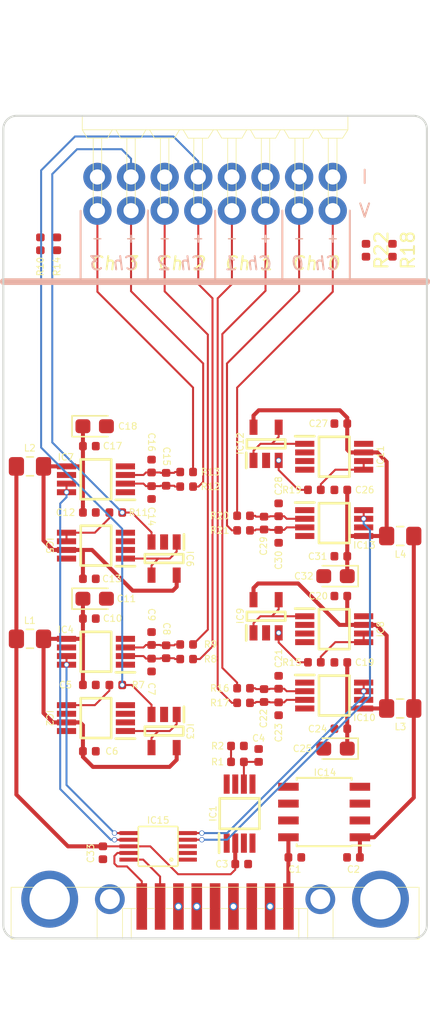
<source format=kicad_pcb>
(kicad_pcb (version 20171130) (host pcbnew "(5.1.4)-1")
  (layers (0 F.Cu signal) (31 B.Cu signal) (34 B.Paste user) (35 F.Paste user) (36 B.SilkS user) (37 F.SilkS user) (38 B.Mask user) (39 F.Mask user) (44 Edge.Cuts user))
  (net 0 "")
  (net 1 GND)
  (net 2 /Channel0/V+)
  (net 3 /Channel1/V+)
  (net 4 /Channel2/V+)
  (net 5 /Channel3/V+)
  (net 6 /Channel0/out)
  (net 7 /Channel1/out)
  (net 8 /Channel2/out)
  (net 9 /Channel3/out)
  (net 10 /Channel0/I+)
  (net 11 /Channel0/I-)
  (net 12 /Channel1/I+)
  (net 13 /Channel1/I-)
  (net 14 /Channel0/V-)
  (net 15 /Channel1/V-)
  (net 16 /Channel2/I+)
  (net 17 /Channel2/I-)
  (net 18 /Channel3/I+)
  (net 19 /Channel3/I-)
  (net 20 /Channel2/V-)
  (net 21 /Channel3/V-)
  (net 22 /Channel0/Vpower)
  (net 23 /Channel1/Vpower)
  (net 24 /Channel2/Vpower)
  (net 25 /Channel3/Vpower)
  (net 26 /Power)
  (net 27 /1V)
  (net 28 "Net-(C1-Pad1)")
  (net 29 GNDA)
  (net 30 "Net-(C4-Pad1)")
  (net 31 "Net-(C7-Pad2)")
  (net 32 "Net-(C8-Pad2)")
  (net 33 "Net-(C14-Pad2)")
  (net 34 "Net-(C15-Pad2)")
  (net 35 "Net-(C21-Pad2)")
  (net 36 "Net-(C22-Pad2)")
  (net 37 "Net-(C28-Pad2)")
  (net 38 "Net-(C29-Pad2)")
  (net 39 "Net-(IC2-Pad1)")
  (net 40 "Net-(IC2-Pad5)")
  (net 41 "Net-(IC5-Pad1)")
  (net 42 "Net-(IC5-Pad5)")
  (net 43 "Net-(IC8-Pad1)")
  (net 44 "Net-(IC8-Pad5)")
  (net 45 "Net-(IC11-Pad1)")
  (net 46 "Net-(IC11-Pad5)")
  (net 47 SDA)
  (net 48 SCL)
  (module Capacitor_Tantalum_SMD:CP_EIA-2012-12_Kemet-R (layer F.Cu) (at 79.0975 97.7 180)
    (fp_text reference C32 (at 2.3975 0 unlocked) (layer F.SilkS) (effects (font (size 0.5 0.5) (thickness 0.075))))
    (fp_text value 10uF)
    (pad 2 smd roundrect (at 0.8875 0 180) (size 1.125 1.05) (layers F.Cu F.Paste F.Mask) (roundrect_rratio 0.238095) (net 29 GNDA))
    (pad 1 smd roundrect (at -0.8875 0 180) (size 1.125 1.05) (layers F.Cu F.Paste F.Mask) (roundrect_rratio 0.238095) (net 22 /Channel0/Vpower))
  )
  (module Capacitor_Tantalum_SMD:CP_EIA-2012-12_Kemet-R (layer F.Cu) (at 79.0975 110.7 180)
    (fp_text reference C25 (at 2.4975 0 unlocked) (layer F.SilkS) (effects (font (size 0.5 0.5) (thickness 0.075))))
    (fp_text value 10uF)
    (pad 2 smd roundrect (at 0.8875 0 180) (size 1.125 1.05) (layers F.Cu F.Paste F.Mask) (roundrect_rratio 0.238095) (net 29 GNDA))
    (pad 1 smd roundrect (at -0.8875 0 180) (size 1.125 1.05) (layers F.Cu F.Paste F.Mask) (roundrect_rratio 0.238095) (net 23 /Channel1/Vpower))
  )
  (module Capacitor_Tantalum_SMD:CP_EIA-2012-12_Kemet-R (layer F.Cu) (at 60.9025 86.4)
    (fp_text reference C18 (at 2.4975 0 unlocked) (layer F.SilkS) (effects (font (size 0.5 0.5) (thickness 0.075))))
    (fp_text value 10uF)
    (pad 2 smd roundrect (at 0.8875 0) (size 1.125 1.05) (layers F.Cu F.Paste F.Mask) (roundrect_rratio 0.238095) (net 29 GNDA))
    (pad 1 smd roundrect (at -0.8875 0) (size 1.125 1.05) (layers F.Cu F.Paste F.Mask) (roundrect_rratio 0.238095) (net 25 /Channel3/Vpower))
  )
  (module Capacitor_Tantalum_SMD:CP_EIA-2012-12_Kemet-R (layer F.Cu) (at 60.9025 99.4)
    (fp_text reference C11 (at 2.3975 0 unlocked) (layer F.SilkS) (effects (font (size 0.5 0.5) (thickness 0.075))))
    (fp_text value 10uF)
    (pad 2 smd roundrect (at 0.8875 0) (size 1.125 1.05) (layers F.Cu F.Paste F.Mask) (roundrect_rratio 0.238095) (net 29 GNDA))
    (pad 1 smd roundrect (at -0.8875 0) (size 1.125 1.05) (layers F.Cu F.Paste F.Mask) (roundrect_rratio 0.238095) (net 24 /Channel2/Vpower))
  )
  (module Resistor_SMD:R_0402_1005Metric (layer F.Cu) (at 67.85 89.85)
    (fp_text reference R13 (at 1.8 0 unlocked) (layer F.SilkS) (effects (font (size 0.5 0.5) (thickness 0.075))))
    (fp_text value 100k)
    (pad 2 smd roundrect (at 0.485 0) (size 0.59 0.64) (layers F.Cu F.Paste F.Mask) (net 21 /Channel3/V-))
    (pad 1 smd roundrect (at -0.485 0) (size 0.59 0.64) (layers F.Cu F.Paste F.Mask) (net 34 "Net-(C15-Pad2)"))
  )
  (module Resistor_SMD:R_0402_1005Metric (layer F.Cu) (at 67.85 90.95)
    (fp_text reference R12 (at 1.8 0 unlocked) (layer F.SilkS) (effects (font (size 0.5 0.5) (thickness 0.075))))
    (fp_text value 100k)
    (pad 1 smd roundrect (at -0.485 0) (size 0.59 0.64) (layers F.Cu F.Paste F.Mask) (net 33 "Net-(C14-Pad2)"))
    (pad 2 smd roundrect (at 0.485 0) (size 0.59 0.64) (layers F.Cu F.Paste F.Mask) (net 5 /Channel3/V+))
  )
  (module Resistor_SMD:R_0402_1005Metric (layer F.Cu) (at 62.5 92.906)
    (fp_text reference R11 (at 1.7 -0.006 unlocked) (layer F.SilkS) (effects (font (size 0.5 0.5) (thickness 0.075))))
    (fp_text value 100k)
    (pad 1 smd roundrect (at -0.485 0) (size 0.59 0.64) (layers F.Cu F.Paste F.Mask) (net 42 "Net-(IC5-Pad5)"))
    (pad 2 smd roundrect (at 0.485 0) (size 0.59 0.64) (layers F.Cu F.Paste F.Mask) (net 18 /Channel3/I+))
  )
  (module Inductor_SMD:L_0805_2012Metric_Pad1.15x1.40mm_HandSolder (layer F.Cu) (at 56.014 89.425)
    (fp_text reference L2 (at -0.015 -1.382 unlocked) (layer F.SilkS) (effects (font (size 0.5 0.5) (thickness 0.075))))
    (fp_text value "MMZ2012Y152B ")
    (pad 1 smd roundrect (at -1.025 0) (size 1.15 1.4) (layers F.Cu F.Paste F.Mask) (roundrect_rratio 0.217391) (net 26 /Power))
    (pad 2 smd roundrect (at 1.025 0) (size 1.15 1.4) (layers F.Cu F.Paste F.Mask) (roundrect_rratio 0.217391) (net 25 /Channel3/Vpower))
  )
  (module Slush02:TSOT-23-5 (layer F.Cu) (at 66.147 96.375 270)
    (fp_text reference IC6 (at 0.025 -1.953 270 unlocked) (layer F.SilkS) (effects (font (size 0.5 0.5) (thickness 0.075))))
    (fp_text value AD8603AUJZ-R2 hide)
    (pad 1 smd rect (at -1.25 -0.95) (size 0.6 1.15) (layers F.Cu F.Paste F.Mask) (net 41 "Net-(IC5-Pad1)") (clearance 0.1))
    (pad 2 smd rect (at -1.25 0) (size 0.6 1.15) (layers F.Cu F.Paste F.Mask) (net 29 GNDA) (clearance 0.1))
    (pad 3 smd rect (at -1.25 0.95) (size 0.6 1.15) (layers F.Cu F.Paste F.Mask) (net 18 /Channel3/I+) (clearance 0.1))
    (pad 4 smd rect (at 1.25 0.95) (size 0.6 1.15) (layers F.Cu F.Paste F.Mask) (net 41 "Net-(IC5-Pad1)") (clearance 0.1))
    (pad 5 smd rect (at 1.25 -0.95) (size 0.6 1.15) (layers F.Cu F.Paste F.Mask) (net 25 /Channel3/Vpower) (clearance 0.1))
  )
  (module Slush02:MSOP-8 (layer F.Cu) (at 61 90.4 180)
    (fp_text reference IC7 (at 2.278 1.668 unlocked) (layer F.SilkS) (effects (font (size 0.5 0.5) (thickness 0.075))))
    (fp_text value AD8237ARMZ hide)
    (pad 1 smd rect (at -2.225 -0.975 270) (size 0.45 1.45) (layers F.Cu F.Paste F.Mask) (net 29 GNDA) (clearance 0.05))
    (pad 2 smd rect (at -2.225 -0.325 270) (size 0.45 1.45) (layers F.Cu F.Paste F.Mask) (net 33 "Net-(C14-Pad2)") (clearance 0.05))
    (pad 3 smd rect (at -2.225 0.325 270) (size 0.45 1.45) (layers F.Cu F.Paste F.Mask) (net 34 "Net-(C15-Pad2)") (clearance 0.05))
    (pad 4 smd rect (at -2.225 0.975 270) (size 0.45 1.45) (layers F.Cu F.Paste F.Mask) (net 29 GNDA) (clearance 0.05))
    (pad 5 smd rect (at 2.225 0.975 270) (size 0.45 1.45) (layers F.Cu F.Paste F.Mask) (net 25 /Channel3/Vpower) (clearance 0.05))
    (pad 6 smd rect (at 2.225 0.325 270) (size 0.45 1.45) (layers F.Cu F.Paste F.Mask) (net 29 GNDA) (clearance 0.05))
    (pad 7 smd rect (at 2.225 -0.325 270) (size 0.45 1.45) (layers F.Cu F.Paste F.Mask) (net 9 /Channel3/out) (clearance 0.05))
    (pad 8 smd rect (at 2.225 -0.975 270) (size 0.45 1.45) (layers F.Cu F.Paste F.Mask) (net 9 /Channel3/out) (clearance 0.05))
  )
  (module Slush02:MSOP-8 (layer F.Cu) (at 61 95.4 180)
    (fp_text reference IC5 (at 3.5 0 -90 unlocked) (layer F.SilkS) (effects (font (size 0.5 0.5) (thickness 0.075))))
    (fp_text value AD8276ARMZ hide)
    (pad 8 smd rect (at 2.225 -0.975 270) (size 0.45 1.45) (layers F.Cu F.Paste F.Mask) (clearance 0.05))
    (pad 7 smd rect (at 2.225 -0.325 270) (size 0.45 1.45) (layers F.Cu F.Paste F.Mask) (net 25 /Channel3/Vpower) (clearance 0.05))
    (pad 6 smd rect (at 2.225 0.325 270) (size 0.45 1.45) (layers F.Cu F.Paste F.Mask) (net 42 "Net-(IC5-Pad5)") (clearance 0.05))
    (pad 5 smd rect (at 2.225 0.975 270) (size 0.45 1.45) (layers F.Cu F.Paste F.Mask) (net 42 "Net-(IC5-Pad5)") (clearance 0.05))
    (pad 4 smd rect (at -2.225 0.975 270) (size 0.45 1.45) (layers F.Cu F.Paste F.Mask) (net 29 GNDA) (clearance 0.05))
    (pad 3 smd rect (at -2.225 0.325 270) (size 0.45 1.45) (layers F.Cu F.Paste F.Mask) (net 27 /1V) (clearance 0.05))
    (pad 2 smd rect (at -2.225 -0.325 270) (size 0.45 1.45) (layers F.Cu F.Paste F.Mask) (net 29 GNDA) (clearance 0.05))
    (pad 1 smd rect (at -2.225 -0.975 270) (size 0.45 1.45) (layers F.Cu F.Paste F.Mask) (net 41 "Net-(IC5-Pad1)") (clearance 0.05))
  )
  (module Capacitor_SMD:C_0402_1005Metric (layer F.Cu) (at 66.3 90.4 90)
    (fp_text reference C15 (at 1.733 0.037791 -90 unlocked) (layer F.SilkS) (effects (font (size 0.5 0.5) (thickness 0.075))))
    (fp_text value "1uF 6.3V X7R 0805")
    (pad 1 smd roundrect (at -0.485 0 90) (size 0.59 0.64) (layers F.Cu F.Paste F.Mask) (net 33 "Net-(C14-Pad2)"))
    (pad 2 smd roundrect (at 0.485 0 90) (size 0.59 0.64) (layers F.Cu F.Paste F.Mask) (net 34 "Net-(C15-Pad2)"))
  )
  (module Capacitor_SMD:C_0402_1005Metric (layer F.Cu) (at 60.5 87.9)
    (fp_text reference C17 (at 1.754 -0.014 unlocked) (layer F.SilkS) (effects (font (size 0.5 0.5) (thickness 0.075))))
    (fp_text value 0.1uF)
    (pad 1 smd roundrect (at -0.485 0) (size 0.59 0.64) (layers F.Cu F.Paste F.Mask) (net 25 /Channel3/Vpower))
    (pad 2 smd roundrect (at 0.485 0) (size 0.59 0.64) (layers F.Cu F.Paste F.Mask) (net 29 GNDA))
  )
  (module Capacitor_SMD:C_0402_1005Metric (layer F.Cu) (at 60.5 92.9)
    (fp_text reference C12 (at -1.8 0 unlocked) (layer F.SilkS) (effects (font (size 0.5 0.5) (thickness 0.075))))
    (fp_text value 0.1uF)
    (pad 1 smd roundrect (at -0.485 0) (size 0.59 0.64) (layers F.Cu F.Paste F.Mask) (net 25 /Channel3/Vpower))
    (pad 2 smd roundrect (at 0.485 0) (size 0.59 0.64) (layers F.Cu F.Paste F.Mask) (net 29 GNDA))
  )
  (module Capacitor_SMD:C_0402_1005Metric (layer F.Cu) (at 60.5 97.9)
    (fp_text reference C13 (at 1.7 0 unlocked) (layer F.SilkS) (effects (font (size 0.5 0.5) (thickness 0.075))))
    (fp_text value 0.1uF)
    (pad 1 smd roundrect (at -0.485 0) (size 0.59 0.64) (layers F.Cu F.Paste F.Mask) (net 25 /Channel3/Vpower))
    (pad 2 smd roundrect (at 0.485 0) (size 0.59 0.64) (layers F.Cu F.Paste F.Mask) (net 29 GNDA))
  )
  (module Capacitor_SMD:C_0402_1005Metric (layer F.Cu) (at 65.2 91.4 90)
    (fp_text reference C14 (at -1.8 0 -90 unlocked) (layer F.SilkS) (effects (font (size 0.5 0.5) (thickness 0.075))))
    (fp_text value 0.1uF)
    (pad 1 smd roundrect (at -0.485 0 90) (size 0.59 0.64) (layers F.Cu F.Paste F.Mask) (net 29 GNDA))
    (pad 2 smd roundrect (at 0.485 0 90) (size 0.59 0.64) (layers F.Cu F.Paste F.Mask) (net 33 "Net-(C14-Pad2)"))
  )
  (module Capacitor_SMD:C_0402_1005Metric (layer F.Cu) (at 65.2 89.4 90)
    (fp_text reference C16 (at 1.8 0 -90 unlocked) (layer F.SilkS) (effects (font (size 0.5 0.5) (thickness 0.075))))
    (fp_text value 0.1uF)
    (pad 1 smd roundrect (at -0.485 0 90) (size 0.59 0.64) (layers F.Cu F.Paste F.Mask) (net 34 "Net-(C15-Pad2)"))
    (pad 2 smd roundrect (at 0.485 0 90) (size 0.59 0.64) (layers F.Cu F.Paste F.Mask) (net 29 GNDA))
  )
  (module Resistor_SMD:R_0402_1005Metric (layer F.Cu) (at 67.85 102.85)
    (fp_text reference R9 (at 1.8 0 unlocked) (layer F.SilkS) (effects (font (size 0.5 0.5) (thickness 0.075))))
    (fp_text value 100k)
    (pad 2 smd roundrect (at 0.485 0) (size 0.59 0.64) (layers F.Cu F.Paste F.Mask) (net 20 /Channel2/V-))
    (pad 1 smd roundrect (at -0.485 0) (size 0.59 0.64) (layers F.Cu F.Paste F.Mask) (net 32 "Net-(C8-Pad2)"))
  )
  (module Resistor_SMD:R_0402_1005Metric (layer F.Cu) (at 67.85 103.95)
    (fp_text reference R8 (at 1.8 0 unlocked) (layer F.SilkS) (effects (font (size 0.5 0.5) (thickness 0.075))))
    (fp_text value 100k)
    (pad 1 smd roundrect (at -0.485 0) (size 0.59 0.64) (layers F.Cu F.Paste F.Mask) (net 31 "Net-(C7-Pad2)"))
    (pad 2 smd roundrect (at 0.485 0) (size 0.59 0.64) (layers F.Cu F.Paste F.Mask) (net 4 /Channel2/V+))
  )
  (module Resistor_SMD:R_0402_1005Metric (layer F.Cu) (at 62.5 105.906)
    (fp_text reference R7 (at 1.7 -0.006 unlocked) (layer F.SilkS) (effects (font (size 0.5 0.5) (thickness 0.075))))
    (fp_text value 100k)
    (pad 1 smd roundrect (at -0.485 0) (size 0.59 0.64) (layers F.Cu F.Paste F.Mask) (net 40 "Net-(IC2-Pad5)"))
    (pad 2 smd roundrect (at 0.485 0) (size 0.59 0.64) (layers F.Cu F.Paste F.Mask) (net 16 /Channel2/I+))
  )
  (module Inductor_SMD:L_0805_2012Metric_Pad1.15x1.40mm_HandSolder (layer F.Cu) (at 56.014 102.425)
    (fp_text reference L1 (at -0.015 -1.382 unlocked) (layer F.SilkS) (effects (font (size 0.5 0.5) (thickness 0.075))))
    (fp_text value "MMZ2012Y152B ")
    (pad 1 smd roundrect (at -1.025 0) (size 1.15 1.4) (layers F.Cu F.Paste F.Mask) (roundrect_rratio 0.217391) (net 26 /Power))
    (pad 2 smd roundrect (at 1.025 0) (size 1.15 1.4) (layers F.Cu F.Paste F.Mask) (roundrect_rratio 0.217391) (net 24 /Channel2/Vpower))
  )
  (module Slush02:TSOT-23-5 (layer F.Cu) (at 66.147 109.375 270)
    (fp_text reference IC3 (at 0.025 -1.953 270 unlocked) (layer F.SilkS) (effects (font (size 0.5 0.5) (thickness 0.075))))
    (fp_text value AD8603AUJZ-R2 hide)
    (pad 1 smd rect (at -1.25 -0.95) (size 0.6 1.15) (layers F.Cu F.Paste F.Mask) (net 39 "Net-(IC2-Pad1)") (clearance 0.1))
    (pad 2 smd rect (at -1.25 0) (size 0.6 1.15) (layers F.Cu F.Paste F.Mask) (net 29 GNDA) (clearance 0.1))
    (pad 3 smd rect (at -1.25 0.95) (size 0.6 1.15) (layers F.Cu F.Paste F.Mask) (net 16 /Channel2/I+) (clearance 0.1))
    (pad 4 smd rect (at 1.25 0.95) (size 0.6 1.15) (layers F.Cu F.Paste F.Mask) (net 39 "Net-(IC2-Pad1)") (clearance 0.1))
    (pad 5 smd rect (at 1.25 -0.95) (size 0.6 1.15) (layers F.Cu F.Paste F.Mask) (net 24 /Channel2/Vpower) (clearance 0.1))
  )
  (module Slush02:MSOP-8 (layer F.Cu) (at 61 103.4 180)
    (fp_text reference IC4 (at 2.278 1.668 unlocked) (layer F.SilkS) (effects (font (size 0.5 0.5) (thickness 0.075))))
    (fp_text value AD8237ARMZ hide)
    (pad 1 smd rect (at -2.225 -0.975 270) (size 0.45 1.45) (layers F.Cu F.Paste F.Mask) (net 29 GNDA) (clearance 0.05))
    (pad 2 smd rect (at -2.225 -0.325 270) (size 0.45 1.45) (layers F.Cu F.Paste F.Mask) (net 31 "Net-(C7-Pad2)") (clearance 0.05))
    (pad 3 smd rect (at -2.225 0.325 270) (size 0.45 1.45) (layers F.Cu F.Paste F.Mask) (net 32 "Net-(C8-Pad2)") (clearance 0.05))
    (pad 4 smd rect (at -2.225 0.975 270) (size 0.45 1.45) (layers F.Cu F.Paste F.Mask) (net 29 GNDA) (clearance 0.05))
    (pad 5 smd rect (at 2.225 0.975 270) (size 0.45 1.45) (layers F.Cu F.Paste F.Mask) (net 24 /Channel2/Vpower) (clearance 0.05))
    (pad 6 smd rect (at 2.225 0.325 270) (size 0.45 1.45) (layers F.Cu F.Paste F.Mask) (net 29 GNDA) (clearance 0.05))
    (pad 7 smd rect (at 2.225 -0.325 270) (size 0.45 1.45) (layers F.Cu F.Paste F.Mask) (net 8 /Channel2/out) (clearance 0.05))
    (pad 8 smd rect (at 2.225 -0.975 270) (size 0.45 1.45) (layers F.Cu F.Paste F.Mask) (net 8 /Channel2/out) (clearance 0.05))
  )
  (module Slush02:MSOP-8 (layer F.Cu) (at 61 108.4 180)
    (fp_text reference IC2 (at 3.5 0 -90 unlocked) (layer F.SilkS) (effects (font (size 0.5 0.5) (thickness 0.075))))
    (fp_text value AD8276ARMZ hide)
    (pad 8 smd rect (at 2.225 -0.975 270) (size 0.45 1.45) (layers F.Cu F.Paste F.Mask) (clearance 0.05))
    (pad 7 smd rect (at 2.225 -0.325 270) (size 0.45 1.45) (layers F.Cu F.Paste F.Mask) (net 24 /Channel2/Vpower) (clearance 0.05))
    (pad 6 smd rect (at 2.225 0.325 270) (size 0.45 1.45) (layers F.Cu F.Paste F.Mask) (net 40 "Net-(IC2-Pad5)") (clearance 0.05))
    (pad 5 smd rect (at 2.225 0.975 270) (size 0.45 1.45) (layers F.Cu F.Paste F.Mask) (net 40 "Net-(IC2-Pad5)") (clearance 0.05))
    (pad 4 smd rect (at -2.225 0.975 270) (size 0.45 1.45) (layers F.Cu F.Paste F.Mask) (net 29 GNDA) (clearance 0.05))
    (pad 3 smd rect (at -2.225 0.325 270) (size 0.45 1.45) (layers F.Cu F.Paste F.Mask) (net 27 /1V) (clearance 0.05))
    (pad 2 smd rect (at -2.225 -0.325 270) (size 0.45 1.45) (layers F.Cu F.Paste F.Mask) (net 29 GNDA) (clearance 0.05))
    (pad 1 smd rect (at -2.225 -0.975 270) (size 0.45 1.45) (layers F.Cu F.Paste F.Mask) (net 39 "Net-(IC2-Pad1)") (clearance 0.05))
  )
  (module Capacitor_SMD:C_0402_1005Metric (layer F.Cu) (at 66.3 103.4 90)
    (fp_text reference C8 (at 1.733 0.037791 -90 unlocked) (layer F.SilkS) (effects (font (size 0.5 0.5) (thickness 0.075))))
    (fp_text value "1uF 6.3V X7R 0805")
    (pad 1 smd roundrect (at -0.485 0 90) (size 0.59 0.64) (layers F.Cu F.Paste F.Mask) (net 31 "Net-(C7-Pad2)"))
    (pad 2 smd roundrect (at 0.485 0 90) (size 0.59 0.64) (layers F.Cu F.Paste F.Mask) (net 32 "Net-(C8-Pad2)"))
  )
  (module Capacitor_SMD:C_0402_1005Metric (layer F.Cu) (at 60.5 100.9)
    (fp_text reference C10 (at 1.754 -0.014 unlocked) (layer F.SilkS) (effects (font (size 0.5 0.5) (thickness 0.075))))
    (fp_text value 0.1uF)
    (pad 1 smd roundrect (at -0.485 0) (size 0.59 0.64) (layers F.Cu F.Paste F.Mask) (net 24 /Channel2/Vpower))
    (pad 2 smd roundrect (at 0.485 0) (size 0.59 0.64) (layers F.Cu F.Paste F.Mask) (net 29 GNDA))
  )
  (module Capacitor_SMD:C_0402_1005Metric (layer F.Cu) (at 60.5 105.9)
    (fp_text reference C5 (at -1.8 0 unlocked) (layer F.SilkS) (effects (font (size 0.5 0.5) (thickness 0.075))))
    (fp_text value 0.1uF)
    (pad 1 smd roundrect (at -0.485 0) (size 0.59 0.64) (layers F.Cu F.Paste F.Mask) (net 24 /Channel2/Vpower))
    (pad 2 smd roundrect (at 0.485 0) (size 0.59 0.64) (layers F.Cu F.Paste F.Mask) (net 29 GNDA))
  )
  (module Capacitor_SMD:C_0402_1005Metric (layer F.Cu) (at 60.5 110.9)
    (fp_text reference C6 (at 1.7 0 unlocked) (layer F.SilkS) (effects (font (size 0.5 0.5) (thickness 0.075))))
    (fp_text value 0.1uF)
    (pad 1 smd roundrect (at -0.485 0) (size 0.59 0.64) (layers F.Cu F.Paste F.Mask) (net 24 /Channel2/Vpower))
    (pad 2 smd roundrect (at 0.485 0) (size 0.59 0.64) (layers F.Cu F.Paste F.Mask) (net 29 GNDA))
  )
  (module Capacitor_SMD:C_0402_1005Metric (layer F.Cu) (at 65.2 104.4 90)
    (fp_text reference C7 (at -1.8 0 -90 unlocked) (layer F.SilkS) (effects (font (size 0.5 0.5) (thickness 0.075))))
    (fp_text value 0.1uF)
    (pad 1 smd roundrect (at -0.485 0 90) (size 0.59 0.64) (layers F.Cu F.Paste F.Mask) (net 29 GNDA))
    (pad 2 smd roundrect (at 0.485 0 90) (size 0.59 0.64) (layers F.Cu F.Paste F.Mask) (net 31 "Net-(C7-Pad2)"))
  )
  (module Capacitor_SMD:C_0402_1005Metric (layer F.Cu) (at 65.2 102.4 90)
    (fp_text reference C9 (at 1.8 0 -90 unlocked) (layer F.SilkS) (effects (font (size 0.5 0.5) (thickness 0.075))))
    (fp_text value 0.1uF)
    (pad 1 smd roundrect (at -0.485 0 90) (size 0.59 0.64) (layers F.Cu F.Paste F.Mask) (net 32 "Net-(C8-Pad2)"))
    (pad 2 smd roundrect (at 0.485 0 90) (size 0.59 0.64) (layers F.Cu F.Paste F.Mask) (net 29 GNDA))
  )
  (module Resistor_SMD:R_0402_1005Metric (layer F.Cu) (at 77.5 91.194 180)
    (fp_text reference R19 (at 1.7 -0.006 unlocked) (layer F.SilkS) (effects (font (size 0.5 0.5) (thickness 0.075))))
    (fp_text value 100k)
    (pad 1 smd roundrect (at -0.485 0 180) (size 0.59 0.64) (layers F.Cu F.Paste F.Mask) (net 46 "Net-(IC11-Pad5)"))
    (pad 2 smd roundrect (at 0.485 0 180) (size 0.59 0.64) (layers F.Cu F.Paste F.Mask) (net 10 /Channel0/I+))
  )
  (module Resistor_SMD:R_0402_1005Metric (layer F.Cu) (at 72.15 94.25 180)
    (fp_text reference R21 (at 1.8 0 unlocked) (layer F.SilkS) (effects (font (size 0.5 0.5) (thickness 0.075))))
    (fp_text value 100k)
    (pad 2 smd roundrect (at 0.485 0 180) (size 0.59 0.64) (layers F.Cu F.Paste F.Mask) (net 14 /Channel0/V-))
    (pad 1 smd roundrect (at -0.485 0 180) (size 0.59 0.64) (layers F.Cu F.Paste F.Mask) (net 38 "Net-(C29-Pad2)"))
  )
  (module Resistor_SMD:R_0402_1005Metric (layer F.Cu) (at 72.15 93.15 180)
    (fp_text reference R20 (at 1.8 0 unlocked) (layer F.SilkS) (effects (font (size 0.5 0.5) (thickness 0.075))))
    (fp_text value 100k)
    (pad 1 smd roundrect (at -0.485 0 180) (size 0.59 0.64) (layers F.Cu F.Paste F.Mask) (net 37 "Net-(C28-Pad2)"))
    (pad 2 smd roundrect (at 0.485 0 180) (size 0.59 0.64) (layers F.Cu F.Paste F.Mask) (net 2 /Channel0/V+))
  )
  (module Slush02:MSOP-8 (layer F.Cu) (at 79 93.7)
    (fp_text reference IC13 (at 2.278 1.668 unlocked) (layer F.SilkS) (effects (font (size 0.5 0.5) (thickness 0.075))))
    (fp_text value AD8237ARMZ hide)
    (pad 1 smd rect (at -2.225 -0.975 90) (size 0.45 1.45) (layers F.Cu F.Paste F.Mask) (net 29 GNDA) (clearance 0.05))
    (pad 2 smd rect (at -2.225 -0.325 90) (size 0.45 1.45) (layers F.Cu F.Paste F.Mask) (net 37 "Net-(C28-Pad2)") (clearance 0.05))
    (pad 3 smd rect (at -2.225 0.325 90) (size 0.45 1.45) (layers F.Cu F.Paste F.Mask) (net 38 "Net-(C29-Pad2)") (clearance 0.05))
    (pad 4 smd rect (at -2.225 0.975 90) (size 0.45 1.45) (layers F.Cu F.Paste F.Mask) (net 29 GNDA) (clearance 0.05))
    (pad 5 smd rect (at 2.225 0.975 90) (size 0.45 1.45) (layers F.Cu F.Paste F.Mask) (net 22 /Channel0/Vpower) (clearance 0.05))
    (pad 6 smd rect (at 2.225 0.325 90) (size 0.45 1.45) (layers F.Cu F.Paste F.Mask) (net 29 GNDA) (clearance 0.05))
    (pad 7 smd rect (at 2.225 -0.325 90) (size 0.45 1.45) (layers F.Cu F.Paste F.Mask) (net 6 /Channel0/out) (clearance 0.05))
    (pad 8 smd rect (at 2.225 -0.975 90) (size 0.45 1.45) (layers F.Cu F.Paste F.Mask) (net 6 /Channel0/out) (clearance 0.05))
  )
  (module Slush02:TSOT-23-5 (layer F.Cu) (at 73.853 87.725 90)
    (fp_text reference IC12 (at 0.025 -1.953 90 unlocked) (layer F.SilkS) (effects (font (size 0.5 0.5) (thickness 0.075))))
    (fp_text value AD8603AUJZ-R2 hide)
    (pad 1 smd rect (at -1.25 -0.95 180) (size 0.6 1.15) (layers F.Cu F.Paste F.Mask) (net 45 "Net-(IC11-Pad1)") (clearance 0.1))
    (pad 2 smd rect (at -1.25 0 180) (size 0.6 1.15) (layers F.Cu F.Paste F.Mask) (net 29 GNDA) (clearance 0.1))
    (pad 3 smd rect (at -1.25 0.95 180) (size 0.6 1.15) (layers F.Cu F.Paste F.Mask) (net 10 /Channel0/I+) (clearance 0.1))
    (pad 4 smd rect (at 1.25 0.95 180) (size 0.6 1.15) (layers F.Cu F.Paste F.Mask) (net 45 "Net-(IC11-Pad1)") (clearance 0.1))
    (pad 5 smd rect (at 1.25 -0.95 180) (size 0.6 1.15) (layers F.Cu F.Paste F.Mask) (net 22 /Channel0/Vpower) (clearance 0.1))
  )
  (module Slush02:MSOP-8 (layer F.Cu) (at 79 88.7)
    (fp_text reference IC11 (at 3.5 0 -270 unlocked) (layer F.SilkS) (effects (font (size 0.5 0.5) (thickness 0.075))))
    (fp_text value AD8276ARMZ hide)
    (pad 8 smd rect (at 2.225 -0.975 90) (size 0.45 1.45) (layers F.Cu F.Paste F.Mask) (clearance 0.05))
    (pad 7 smd rect (at 2.225 -0.325 90) (size 0.45 1.45) (layers F.Cu F.Paste F.Mask) (net 22 /Channel0/Vpower) (clearance 0.05))
    (pad 6 smd rect (at 2.225 0.325 90) (size 0.45 1.45) (layers F.Cu F.Paste F.Mask) (net 46 "Net-(IC11-Pad5)") (clearance 0.05))
    (pad 5 smd rect (at 2.225 0.975 90) (size 0.45 1.45) (layers F.Cu F.Paste F.Mask) (net 46 "Net-(IC11-Pad5)") (clearance 0.05))
    (pad 4 smd rect (at -2.225 0.975 90) (size 0.45 1.45) (layers F.Cu F.Paste F.Mask) (net 29 GNDA) (clearance 0.05))
    (pad 3 smd rect (at -2.225 0.325 90) (size 0.45 1.45) (layers F.Cu F.Paste F.Mask) (net 27 /1V) (clearance 0.05))
    (pad 2 smd rect (at -2.225 -0.325 90) (size 0.45 1.45) (layers F.Cu F.Paste F.Mask) (net 29 GNDA) (clearance 0.05))
    (pad 1 smd rect (at -2.225 -0.975 90) (size 0.45 1.45) (layers F.Cu F.Paste F.Mask) (net 45 "Net-(IC11-Pad1)") (clearance 0.05))
  )
  (module Capacitor_SMD:C_0402_1005Metric (layer F.Cu) (at 74.8 94.7 270)
    (fp_text reference C30 (at 1.8 0 90 unlocked) (layer F.SilkS) (effects (font (size 0.5 0.5) (thickness 0.075))))
    (fp_text value 0.1uF)
    (pad 1 smd roundrect (at -0.485 0 270) (size 0.59 0.64) (layers F.Cu F.Paste F.Mask) (net 38 "Net-(C29-Pad2)"))
    (pad 2 smd roundrect (at 0.485 0 270) (size 0.59 0.64) (layers F.Cu F.Paste F.Mask) (net 29 GNDA))
  )
  (module Capacitor_SMD:C_0402_1005Metric (layer F.Cu) (at 73.7 93.7 270)
    (fp_text reference C29 (at 1.733 0.037791 90 unlocked) (layer F.SilkS) (effects (font (size 0.5 0.5) (thickness 0.075))))
    (fp_text value "1uF 6.3V X7R 0805")
    (pad 1 smd roundrect (at -0.485 0 270) (size 0.59 0.64) (layers F.Cu F.Paste F.Mask) (net 37 "Net-(C28-Pad2)"))
    (pad 2 smd roundrect (at 0.485 0 270) (size 0.59 0.64) (layers F.Cu F.Paste F.Mask) (net 38 "Net-(C29-Pad2)"))
  )
  (module Capacitor_SMD:C_0402_1005Metric (layer F.Cu) (at 74.8 92.7 270)
    (fp_text reference C28 (at -1.8 0 90 unlocked) (layer F.SilkS) (effects (font (size 0.5 0.5) (thickness 0.075))))
    (fp_text value 0.1uF)
    (pad 1 smd roundrect (at -0.485 0 270) (size 0.59 0.64) (layers F.Cu F.Paste F.Mask) (net 29 GNDA))
    (pad 2 smd roundrect (at 0.485 0 270) (size 0.59 0.64) (layers F.Cu F.Paste F.Mask) (net 37 "Net-(C28-Pad2)"))
  )
  (module Capacitor_SMD:C_0402_1005Metric (layer F.Cu) (at 79.5 86.2 180)
    (fp_text reference C27 (at 1.7 0 unlocked) (layer F.SilkS) (effects (font (size 0.5 0.5) (thickness 0.075))))
    (fp_text value 0.1uF)
    (pad 1 smd roundrect (at -0.485 0 180) (size 0.59 0.64) (layers F.Cu F.Paste F.Mask) (net 22 /Channel0/Vpower))
    (pad 2 smd roundrect (at 0.485 0 180) (size 0.59 0.64) (layers F.Cu F.Paste F.Mask) (net 29 GNDA))
  )
  (module Capacitor_SMD:C_0402_1005Metric (layer F.Cu) (at 79.5 91.2 180)
    (fp_text reference C26 (at -1.8 0 unlocked) (layer F.SilkS) (effects (font (size 0.5 0.5) (thickness 0.075))))
    (fp_text value 0.1uF)
    (pad 1 smd roundrect (at -0.485 0 180) (size 0.59 0.64) (layers F.Cu F.Paste F.Mask) (net 22 /Channel0/Vpower))
    (pad 2 smd roundrect (at 0.485 0 180) (size 0.59 0.64) (layers F.Cu F.Paste F.Mask) (net 29 GNDA))
  )
  (module Capacitor_SMD:C_0402_1005Metric (layer F.Cu) (at 79.5 96.2 180)
    (fp_text reference C31 (at 1.754 -0.014 unlocked) (layer F.SilkS) (effects (font (size 0.5 0.5) (thickness 0.075))))
    (fp_text value 0.1uF)
    (pad 1 smd roundrect (at -0.485 0 180) (size 0.59 0.64) (layers F.Cu F.Paste F.Mask) (net 22 /Channel0/Vpower))
    (pad 2 smd roundrect (at 0.485 0 180) (size 0.59 0.64) (layers F.Cu F.Paste F.Mask) (net 29 GNDA))
  )
  (module Inductor_SMD:L_0805_2012Metric_Pad1.15x1.40mm_HandSolder (layer F.Cu) (at 83.986 94.675 180)
    (fp_text reference L4 (at -0.015 -1.382 unlocked) (layer F.SilkS) (effects (font (size 0.5 0.5) (thickness 0.075))))
    (fp_text value "MMZ2012Y152B ")
    (pad 1 smd roundrect (at -1.025 0 180) (size 1.15 1.4) (layers F.Cu F.Paste F.Mask) (roundrect_rratio 0.217) (net 26 /Power))
    (pad 2 smd roundrect (at 1.025 0 180) (size 1.15 1.4) (layers F.Cu F.Paste F.Mask) (roundrect_rratio 0.217) (net 22 /Channel0/Vpower))
  )
  (module Capacitor_SMD:C_0402_1005Metric (layer F.Cu) (at 61.525 118.553 90)
    (fp_text reference C33 (at -0.048 -0.925 90 unlocked) (layer F.SilkS) (effects (font (size 0.5 0.5) (thickness 0.075))))
    (fp_text value 0.1uF)
    (pad 2 smd roundrect (at 0.485 0 90) (size 0.59 0.64) (layers F.Cu F.Paste F.Mask) (net 26 /Power))
    (pad 1 smd roundrect (at -0.485 0 90) (size 0.59 0.64) (layers F.Cu F.Paste F.Mask) (net 1 GND))
  )
  (module Capacitor_SMD:C_0402_1005Metric (layer F.Cu) (at 79.5 109.2 180)
    (fp_text reference C24 (at 1.754 -0.014 unlocked) (layer F.SilkS) (effects (font (size 0.5 0.5) (thickness 0.075))))
    (fp_text value 0.1uF)
    (pad 2 smd roundrect (at 0.485 0 180) (size 0.59 0.64) (layers F.Cu F.Paste F.Mask) (net 29 GNDA))
    (pad 1 smd roundrect (at -0.485 0 180) (size 0.59 0.64) (layers F.Cu F.Paste F.Mask) (net 23 /Channel1/Vpower))
  )
  (module Capacitor_SMD:C_0402_1005Metric (layer F.Cu) (at 74.8 107.7 270)
    (fp_text reference C23 (at 1.8 0 90 unlocked) (layer F.SilkS) (effects (font (size 0.5 0.5) (thickness 0.075))))
    (fp_text value 0.1uF)
    (pad 2 smd roundrect (at 0.485 0 270) (size 0.59 0.64) (layers F.Cu F.Paste F.Mask) (net 29 GNDA))
    (pad 1 smd roundrect (at -0.485 0 270) (size 0.59 0.64) (layers F.Cu F.Paste F.Mask) (net 36 "Net-(C22-Pad2)"))
  )
  (module Capacitor_SMD:C_0402_1005Metric (layer F.Cu) (at 73.7 106.7 270)
    (fp_text reference C22 (at 1.733 0.037791 90 unlocked) (layer F.SilkS) (effects (font (size 0.5 0.5) (thickness 0.075))))
    (fp_text value "1uF 6.3V X7R 0805")
    (pad 2 smd roundrect (at 0.485 0 270) (size 0.59 0.64) (layers F.Cu F.Paste F.Mask) (net 36 "Net-(C22-Pad2)"))
    (pad 1 smd roundrect (at -0.485 0 270) (size 0.59 0.64) (layers F.Cu F.Paste F.Mask) (net 35 "Net-(C21-Pad2)"))
  )
  (module Capacitor_SMD:C_0402_1005Metric (layer F.Cu) (at 74.8 105.7 270)
    (fp_text reference C21 (at -1.8 0 90 unlocked) (layer F.SilkS) (effects (font (size 0.5 0.5) (thickness 0.075))))
    (fp_text value 0.1uF)
    (pad 2 smd roundrect (at 0.485 0 270) (size 0.59 0.64) (layers F.Cu F.Paste F.Mask) (net 35 "Net-(C21-Pad2)"))
    (pad 1 smd roundrect (at -0.485 0 270) (size 0.59 0.64) (layers F.Cu F.Paste F.Mask) (net 29 GNDA))
  )
  (module Capacitor_SMD:C_0402_1005Metric (layer F.Cu) (at 79.5 99.2 180)
    (fp_text reference C20 (at 1.7 0 unlocked) (layer F.SilkS) (effects (font (size 0.5 0.5) (thickness 0.075))))
    (fp_text value 0.1uF)
    (pad 2 smd roundrect (at 0.485 0 180) (size 0.59 0.64) (layers F.Cu F.Paste F.Mask) (net 29 GNDA))
    (pad 1 smd roundrect (at -0.485 0 180) (size 0.59 0.64) (layers F.Cu F.Paste F.Mask) (net 23 /Channel1/Vpower))
  )
  (module Capacitor_SMD:C_0402_1005Metric (layer F.Cu) (at 79.5 104.2 180)
    (fp_text reference C19 (at -1.8 0 unlocked) (layer F.SilkS) (effects (font (size 0.5 0.5) (thickness 0.075))))
    (fp_text value 0.1uF)
    (pad 2 smd roundrect (at 0.485 0 180) (size 0.59 0.64) (layers F.Cu F.Paste F.Mask) (net 29 GNDA))
    (pad 1 smd roundrect (at -0.485 0 180) (size 0.59 0.64) (layers F.Cu F.Paste F.Mask) (net 23 /Channel1/Vpower))
  )
  (module Capacitor_SMD:C_0402_1005Metric (layer F.Cu) (at 73.29 111.215 90)
    (fp_text reference C4 (at 1.3 0 unlocked) (layer F.SilkS) (effects (font (size 0.5 0.5) (thickness 0.075))))
    (fp_text value 0.1uF)
    (pad 2 smd roundrect (at 0.485 0 90) (size 0.59 0.64) (layers F.Cu F.Paste F.Mask) (net 29 GNDA))
    (pad 1 smd roundrect (at -0.485 0 90) (size 0.59 0.64) (layers F.Cu F.Paste F.Mask) (net 30 "Net-(C4-Pad1)"))
  )
  (module Capacitor_SMD:C_0402_1005Metric (layer F.Cu) (at 72.01 119.403)
    (fp_text reference C3 (at -1.5 0 unlocked) (layer F.SilkS) (effects (font (size 0.5 0.5) (thickness 0.075))))
    (fp_text value 0.1uF)
    (pad 2 smd roundrect (at 0.485 0) (size 0.59 0.64) (layers F.Cu F.Paste F.Mask) (net 29 GNDA))
    (pad 1 smd roundrect (at -0.485 0) (size 0.59 0.64) (layers F.Cu F.Paste F.Mask) (net 26 /Power))
  )
  (module Capacitor_SMD:C_0402_1005Metric (layer F.Cu) (at 80.455 118.9 180)
    (fp_text reference C2 (at 0 -0.9 unlocked) (layer F.SilkS) (effects (font (size 0.5 0.5) (thickness 0.075))))
    (fp_text value 0.01uF)
    (pad 2 smd roundrect (at 0.485 0 180) (size 0.59 0.64) (layers F.Cu F.Paste F.Mask) (net 1 GND))
    (pad 1 smd roundrect (at -0.485 0 180) (size 0.59 0.64) (layers F.Cu F.Paste F.Mask) (net 26 /Power))
  )
  (module Capacitor_SMD:C_0402_1005Metric (layer F.Cu) (at 76.025 118.9)
    (fp_text reference C1 (at 0 0.9 unlocked) (layer F.SilkS) (effects (font (size 0.5 0.5) (thickness 0.075))))
    (fp_text value 0.33uF)
    (pad 2 smd roundrect (at 0.485 0) (size 0.59 0.64) (layers F.Cu F.Paste F.Mask) (net 1 GND))
    (pad 1 smd roundrect (at -0.485 0) (size 0.59 0.64) (layers F.Cu F.Paste F.Mask) (net 28 "Net-(C1-Pad1)"))
  )
  (module Slush02:MSOP-8 (layer F.Cu) (at 79 101.7)
    (fp_text reference IC8 (at 3.5 0 -270 unlocked) (layer F.SilkS) (effects (font (size 0.5 0.5) (thickness 0.075))))
    (fp_text value AD8276ARMZ hide)
    (pad 1 smd rect (at -2.225 -0.975 90) (size 0.45 1.45) (layers F.Cu F.Paste F.Mask) (net 43 "Net-(IC8-Pad1)") (clearance 0.05))
    (pad 2 smd rect (at -2.225 -0.325 90) (size 0.45 1.45) (layers F.Cu F.Paste F.Mask) (net 29 GNDA) (clearance 0.05))
    (pad 3 smd rect (at -2.225 0.325 90) (size 0.45 1.45) (layers F.Cu F.Paste F.Mask) (net 27 /1V) (clearance 0.05))
    (pad 4 smd rect (at -2.225 0.975 90) (size 0.45 1.45) (layers F.Cu F.Paste F.Mask) (net 29 GNDA) (clearance 0.05))
    (pad 5 smd rect (at 2.225 0.975 90) (size 0.45 1.45) (layers F.Cu F.Paste F.Mask) (net 44 "Net-(IC8-Pad5)") (clearance 0.05))
    (pad 6 smd rect (at 2.225 0.325 90) (size 0.45 1.45) (layers F.Cu F.Paste F.Mask) (net 44 "Net-(IC8-Pad5)") (clearance 0.05))
    (pad 7 smd rect (at 2.225 -0.325 90) (size 0.45 1.45) (layers F.Cu F.Paste F.Mask) (net 23 /Channel1/Vpower) (clearance 0.05))
    (pad 8 smd rect (at 2.225 -0.975 90) (size 0.45 1.45) (layers F.Cu F.Paste F.Mask) (clearance 0.05))
  )
  (module Inductor_SMD:L_0805_2012Metric_Pad1.15x1.40mm_HandSolder (layer F.Cu) (at 83.986 107.675 180)
    (fp_text reference L3 (at -0.015 -1.382 unlocked) (layer F.SilkS) (effects (font (size 0.5 0.5) (thickness 0.075))))
    (fp_text value "MMZ2012Y152B ")
    (pad 2 smd roundrect (at 1.025 0 180) (size 1.15 1.4) (layers F.Cu F.Paste F.Mask) (roundrect_rratio 0.217391) (net 23 /Channel1/Vpower))
    (pad 1 smd roundrect (at -1.025 0 180) (size 1.15 1.4) (layers F.Cu F.Paste F.Mask) (roundrect_rratio 0.217391) (net 26 /Power))
  )
  (module Slush02:MSOP-8 (layer F.Cu) (at 71.85 115.6 90)
    (fp_text reference IC1 (at 0.002 -2.007 90) (layer F.SilkS) (effects (font (size 0.5 0.5) (thickness 0.075))))
    (fp_text value ADR440ARMZ hide)
    (pad 1 smd rect (at -2.225 -0.975 180) (size 0.45 1.45) (layers F.Cu F.Paste F.Mask) (clearance 0.05))
    (pad 2 smd rect (at -2.225 -0.325 180) (size 0.45 1.45) (layers F.Cu F.Paste F.Mask) (net 26 /Power) (clearance 0.05))
    (pad 3 smd rect (at -2.225 0.325 180) (size 0.45 1.45) (layers F.Cu F.Paste F.Mask) (clearance 0.05))
    (pad 4 smd rect (at -2.225 0.975 180) (size 0.45 1.45) (layers F.Cu F.Paste F.Mask) (net 29 GNDA) (clearance 0.05))
    (pad 5 smd rect (at 2.225 0.975 180) (size 0.45 1.45) (layers F.Cu F.Paste F.Mask) (clearance 0.05))
    (pad 6 smd rect (at 2.225 0.325 180) (size 0.45 1.45) (layers F.Cu F.Paste F.Mask) (net 30 "Net-(C4-Pad1)") (clearance 0.05))
    (pad 7 smd rect (at 2.225 -0.325 180) (size 0.45 1.45) (layers F.Cu F.Paste F.Mask) (clearance 0.05))
    (pad 8 smd rect (at 2.225 -0.975 180) (size 0.45 1.45) (layers F.Cu F.Paste F.Mask) (clearance 0.05))
  )
  (module Slush02:TSOT-23-5 (layer F.Cu) (at 73.853 100.725 90)
    (fp_text reference IC9 (at 0.025 -1.953 90 unlocked) (layer F.SilkS) (effects (font (size 0.5 0.5) (thickness 0.075))))
    (fp_text value AD8603AUJZ-R2 hide)
    (pad 5 smd rect (at 1.25 -0.95 180) (size 0.6 1.15) (layers F.Cu F.Paste F.Mask) (net 23 /Channel1/Vpower) (clearance 0.1))
    (pad 4 smd rect (at 1.25 0.95 180) (size 0.6 1.15) (layers F.Cu F.Paste F.Mask) (net 43 "Net-(IC8-Pad1)") (clearance 0.1))
    (pad 3 smd rect (at -1.25 0.95 180) (size 0.6 1.15) (layers F.Cu F.Paste F.Mask) (net 12 /Channel1/I+) (clearance 0.1))
    (pad 2 smd rect (at -1.25 0 180) (size 0.6 1.15) (layers F.Cu F.Paste F.Mask) (net 29 GNDA) (clearance 0.1))
    (pad 1 smd rect (at -1.25 -0.95 180) (size 0.6 1.15) (layers F.Cu F.Paste F.Mask) (net 43 "Net-(IC8-Pad1)") (clearance 0.1))
  )
  (module Slush02:MSOP-8 (layer F.Cu) (at 79 106.7)
    (fp_text reference IC10 (at 2.278 1.668 unlocked) (layer F.SilkS) (effects (font (size 0.5 0.5) (thickness 0.075))))
    (fp_text value AD8237ARMZ hide)
    (pad 8 smd rect (at 2.225 -0.975 90) (size 0.45 1.45) (layers F.Cu F.Paste F.Mask) (net 7 /Channel1/out) (clearance 0.05))
    (pad 7 smd rect (at 2.225 -0.325 90) (size 0.45 1.45) (layers F.Cu F.Paste F.Mask) (net 7 /Channel1/out) (clearance 0.05))
    (pad 6 smd rect (at 2.225 0.325 90) (size 0.45 1.45) (layers F.Cu F.Paste F.Mask) (net 29 GNDA) (clearance 0.05))
    (pad 5 smd rect (at 2.225 0.975 90) (size 0.45 1.45) (layers F.Cu F.Paste F.Mask) (net 23 /Channel1/Vpower) (clearance 0.05))
    (pad 4 smd rect (at -2.225 0.975 90) (size 0.45 1.45) (layers F.Cu F.Paste F.Mask) (net 29 GNDA) (clearance 0.05))
    (pad 3 smd rect (at -2.225 0.325 90) (size 0.45 1.45) (layers F.Cu F.Paste F.Mask) (net 36 "Net-(C22-Pad2)") (clearance 0.05))
    (pad 2 smd rect (at -2.225 -0.325 90) (size 0.45 1.45) (layers F.Cu F.Paste F.Mask) (net 35 "Net-(C21-Pad2)") (clearance 0.05))
    (pad 1 smd rect (at -2.225 -0.975 90) (size 0.45 1.45) (layers F.Cu F.Paste F.Mask) (net 29 GNDA) (clearance 0.05))
  )
  (module Slush02:SOIC-8 (layer F.Cu) (at 78.239782 115.480784 180)
    (fp_text reference IC14 (at -0.060218 2.980784 180) (layer F.SilkS) (effects (font (size 0.5 0.5) (thickness 0.075))))
    (fp_text value LM78L05)
    (pad 1 smd rect (at -2.7 -1.905 180) (size 1.55 0.6) (layers F.Cu F.Paste F.Mask) (net 26 /Power))
    (pad 2 smd rect (at -2.7 -0.635 180) (size 1.55 0.6) (layers F.Cu F.Paste F.Mask) (net 1 GND))
    (pad 3 smd rect (at -2.7 0.635 180) (size 1.55 0.6) (layers F.Cu F.Paste F.Mask) (net 1 GND))
    (pad 4 smd rect (at -2.7 1.905 180) (size 1.55 0.6) (layers F.Cu F.Paste F.Mask))
    (pad 5 smd rect (at 2.7 1.905 180) (size 1.55 0.6) (layers F.Cu F.Paste F.Mask))
    (pad 6 smd rect (at 2.7 0.635 180) (size 1.55 0.6) (layers F.Cu F.Paste F.Mask) (net 1 GND))
    (pad 7 smd rect (at 2.7 -0.635 180) (size 1.55 0.6) (layers F.Cu F.Paste F.Mask) (net 1 GND))
    (pad 8 smd rect (at 2.7 -1.905 180) (size 1.55 0.6) (layers F.Cu F.Paste F.Mask) (net 28 "Net-(C1-Pad1)"))
  )
  (module Slush02:VSSOP-10 (layer F.Cu) (at 65.698 118.068 180)
    (fp_text reference IC15 (at 0 1.968) (layer F.SilkS) (effects (font (size 0.5 0.5) (thickness 0.075))))
    (fp_text value ADS1115 hide)
    (pad 1 smd rect (at -2.2 -1 180) (size 1.45 0.3) (layers F.Cu F.Paste F.Mask) (net 1 GND) (clearance 0.05))
    (pad 2 smd rect (at -2.2 -0.5 180) (size 1.45 0.3) (layers F.Cu F.Paste F.Mask) (clearance 0.05))
    (pad 3 smd rect (at -2.2 0 180) (size 1.45 0.3) (layers F.Cu F.Paste F.Mask) (net 1 GND) (clearance 0.05))
    (pad 4 smd rect (at -2.2 0.5 180) (size 1.45 0.3) (layers F.Cu F.Paste F.Mask) (net 6 /Channel0/out) (clearance 0.05))
    (pad 5 smd rect (at -2.2 1 180) (size 1.45 0.3) (layers F.Cu F.Paste F.Mask) (net 7 /Channel1/out) (clearance 0.05))
    (pad 6 smd rect (at 2.2 1 180) (size 1.45 0.3) (layers F.Cu F.Paste F.Mask) (net 8 /Channel2/out) (clearance 0.05))
    (pad 7 smd rect (at 2.2 0.5 180) (size 1.45 0.3) (layers F.Cu F.Paste F.Mask) (net 9 /Channel3/out) (clearance 0.05))
    (pad 8 smd rect (at 2.2 0 180) (size 1.45 0.3) (layers F.Cu F.Paste F.Mask) (net 26 /Power) (clearance 0.05))
    (pad 9 smd rect (at 2.2 -0.5 180) (size 1.45 0.3) (layers F.Cu F.Paste F.Mask) (net 47 SDA) (clearance 0.05))
    (pad 10 smd rect (at 2.2 -1 180) (size 1.45 0.3) (layers F.Cu F.Paste F.Mask) (net 48 SCL) (clearance 0.05))
  )
  (module Slush02:K202XHT-E9S-N (layer F.Cu) (at 70 122.6 180)
    (fp_text reference J1 hide)
    (fp_text value DB9F)
    (pad 5 smd rect (at -5.54 0 180) (size 0.8 3.5) (layers F.Cu F.Paste F.Mask) (net 28 "Net-(C1-Pad1)"))
    (pad 9 smd rect (at -4.155 0 180) (size 0.8 3.5) (layers F.Cu F.Paste F.Mask) (net 1 GND))
    (pad 4 smd rect (at -2.77 0 180) (size 0.8 3.5) (layers F.Cu F.Paste F.Mask) (net 29 GNDA))
    (pad 8 smd rect (at -1.385 0 180) (size 0.8 3.5) (layers F.Cu F.Paste F.Mask) (net 1 GND))
    (pad 3 smd rect (at 0 0 180) (size 0.8 3.5) (layers F.Cu F.Paste F.Mask))
    (pad 7 smd rect (at 1.385 0 180) (size 0.8 3.5) (layers F.Cu F.Paste F.Mask) (net 1 GND))
    (pad 2 smd rect (at 2.77 0 180) (size 0.8 3.5) (layers F.Cu F.Paste F.Mask) (net 1 GND))
    (pad 6 smd rect (at 4.155 0 180) (size 0.8 3.5) (layers F.Cu F.Paste F.Mask) (net 48 SCL))
    (pad 1 smd rect (at 5.54 0 180) (size 0.8 3.5) (layers F.Cu F.Paste F.Mask) (net 47 SDA))
    (pad 10 thru_hole circle (at -7.95 0.55 180) (size 2.25 2.25) (drill 1.5) (layers *.Cu *.Mask) (net 1 GND))
    (pad 10 thru_hole circle (at 7.95 0.55 180) (size 2.25 2.25) (drill 1.5) (layers *.Cu *.Mask) (net 1 GND))
    (pad 10 thru_hole circle (at -12.495 0.55 180) (size 4.3 4.3) (drill 3.05) (layers *.Cu *.Mask) (net 1 GND))
    (pad 10 thru_hole circle (at 12.495 0.55 180) (size 4.3 4.3) (drill 3.05) (layers *.Cu *.Mask) (net 1 GND))
  )
  (module Slush02:90122-0128 (layer F.Cu) (at 70 68.88 180)
    (fp_text reference J2 hide)
    (fp_text value 90122-0128)
    (pad 1 thru_hole circle (at -8.89 -1.27 180) (size 2.14 2.14) (drill 1.14) (layers *.Cu *.Mask) (net 2 /Channel0/V+))
    (pad 3 thru_hole circle (at -6.35 -1.27 180) (size 2.14 2.14) (drill 1.14) (layers *.Cu *.Mask) (net 14 /Channel0/V-))
    (pad 5 thru_hole circle (at -3.81 -1.27 180) (size 2.14 2.14) (drill 1.14) (layers *.Cu *.Mask) (net 3 /Channel1/V+))
    (pad 7 thru_hole circle (at -1.27 -1.27 180) (size 2.14 2.14) (drill 1.14) (layers *.Cu *.Mask) (net 15 /Channel1/V-))
    (pad 2 thru_hole circle (at -8.89 1.27 180) (size 2.14 2.14) (drill 1.14) (layers *.Cu *.Mask) (net 10 /Channel0/I+))
    (pad 4 thru_hole circle (at -6.35 1.27 180) (size 2.14 2.14) (drill 1.14) (layers *.Cu *.Mask) (net 11 /Channel0/I-))
    (pad 6 thru_hole circle (at -3.81 1.27 180) (size 2.14 2.14) (drill 1.14) (layers *.Cu *.Mask) (net 12 /Channel1/I+))
    (pad 8 thru_hole circle (at -1.27 1.27 180) (size 2.14 2.14) (drill 1.14) (layers *.Cu *.Mask) (net 13 /Channel1/I-))
    (pad 12 thru_hole circle (at 3.81 1.27 180) (size 2.14 2.14) (drill 1.14) (layers *.Cu *.Mask) (net 17 /Channel2/I-))
    (pad 14 thru_hole circle (at 6.35 1.27 180) (size 2.14 2.14) (drill 1.14) (layers *.Cu *.Mask) (net 18 /Channel3/I+))
    (pad 16 thru_hole circle (at 8.89 1.27 180) (size 2.14 2.14) (drill 1.14) (layers *.Cu *.Mask) (net 19 /Channel3/I-))
    (pad 11 thru_hole circle (at 3.81 -1.27 180) (size 2.14 2.14) (drill 1.14) (layers *.Cu *.Mask) (net 20 /Channel2/V-))
    (pad 13 thru_hole circle (at 6.35 -1.27 180) (size 2.14 2.14) (drill 1.14) (layers *.Cu *.Mask) (net 5 /Channel3/V+))
    (pad 9 thru_hole circle (at 1.27 -1.27 180) (size 2.14 2.14) (drill 1.14) (layers *.Cu *.Mask) (net 4 /Channel2/V+))
    (pad 10 thru_hole circle (at 1.27 1.27 180) (size 2.14 2.14) (drill 1.14) (layers *.Cu *.Mask) (net 16 /Channel2/I+))
    (pad 15 thru_hole circle (at 8.89 -1.27 180) (size 2.14 2.14) (drill 1.14) (layers *.Cu *.Mask) (net 21 /Channel3/V-))
  )
  (module Resistor_SMD:R_0402_1005Metric (layer F.Cu) (at 71.69 111.7 180)
    (fp_text reference R1 (at 1.5 0 unlocked) (layer F.SilkS) (effects (font (size 0.5 0.5) (thickness 0.075))))
    (fp_text value 1050)
    (pad 1 smd roundrect (at -0.485 0 180) (size 0.59 0.64) (layers F.Cu F.Paste F.Mask) (net 30 "Net-(C4-Pad1)"))
    (pad 2 smd roundrect (at 0.485 0 180) (size 0.59 0.64) (layers F.Cu F.Paste F.Mask) (net 27 /1V))
  )
  (module Resistor_SMD:R_0402_1005Metric (layer F.Cu) (at 71.69 110.5)
    (fp_text reference R2 (at -1.5 0 unlocked) (layer F.SilkS) (effects (font (size 0.5 0.5) (thickness 0.075))))
    (fp_text value 1K)
    (pad 2 smd roundrect (at 0.485 0) (size 0.59 0.64) (layers F.Cu F.Paste F.Mask) (net 29 GNDA))
    (pad 1 smd roundrect (at -0.485 0) (size 0.59 0.64) (layers F.Cu F.Paste F.Mask) (net 27 /1V))
  )
  (module Resistor_SMD:R_0402_1005Metric (layer F.Cu) (at 56.8 72.65 270)
    (fp_text reference R10 (at 1.715 0 90) (layer F.SilkS) (effects (font (size 0.5 0.5) (thickness 0.075))))
    (fp_text value 10k)
    (pad 1 smd roundrect (at -0.485 0 270) (size 0.59 0.64) (layers F.Cu F.Paste F.Mask) (net 17 /Channel2/I-))
    (pad 2 smd roundrect (at 0.485 0 270) (size 0.59 0.64) (layers F.Cu F.Paste F.Mask) (net 29 GNDA))
  )
  (module Resistor_SMD:R_0402_1005Metric (layer F.Cu) (at 58.05 72.65 270)
    (fp_text reference R14 (at 1.715 0 90) (layer F.SilkS) (effects (font (size 0.5 0.5) (thickness 0.075))))
    (fp_text value 10k)
    (pad 2 smd roundrect (at 0.485 0 270) (size 0.59 0.64) (layers F.Cu F.Paste F.Mask) (net 29 GNDA))
    (pad 1 smd roundrect (at -0.485 0 270) (size 0.59 0.64) (layers F.Cu F.Paste F.Mask) (net 19 /Channel3/I-))
  )
  (module Resistor_SMD:R_0402_1005Metric (layer F.Cu) (at 77.5 104.194 180)
    (fp_text reference R15 (at 1.7 -0.006 unlocked) (layer F.SilkS) (effects (font (size 0.5 0.5) (thickness 0.075))))
    (fp_text value 100k)
    (pad 2 smd roundrect (at 0.485 0 180) (size 0.59 0.64) (layers F.Cu F.Paste F.Mask) (net 12 /Channel1/I+))
    (pad 1 smd roundrect (at -0.485 0 180) (size 0.59 0.64) (layers F.Cu F.Paste F.Mask) (net 44 "Net-(IC8-Pad5)"))
  )
  (module Resistor_SMD:R_0402_1005Metric (layer F.Cu) (at 72.15 106.15 180)
    (fp_text reference R16 (at 1.8 0 unlocked) (layer F.SilkS) (effects (font (size 0.5 0.5) (thickness 0.075))))
    (fp_text value 100k)
    (pad 2 smd roundrect (at 0.485 0 180) (size 0.59 0.64) (layers F.Cu F.Paste F.Mask) (net 3 /Channel1/V+))
    (pad 1 smd roundrect (at -0.485 0 180) (size 0.59 0.64) (layers F.Cu F.Paste F.Mask) (net 35 "Net-(C21-Pad2)"))
  )
  (module Resistor_SMD:R_0402_1005Metric (layer F.Cu) (at 72.15 107.25 180)
    (fp_text reference R17 (at 1.8 0 unlocked) (layer F.SilkS) (effects (font (size 0.5 0.5) (thickness 0.075))))
    (fp_text value 100k)
    (pad 1 smd roundrect (at -0.485 0 180) (size 0.59 0.64) (layers F.Cu F.Paste F.Mask) (net 36 "Net-(C22-Pad2)"))
    (pad 2 smd roundrect (at 0.485 0 180) (size 0.59 0.64) (layers F.Cu F.Paste F.Mask) (net 15 /Channel1/V-))
  )
  (module Resistor_SMD:R_0402_1005Metric (layer F.Cu) (at 83.4 73.135 270)
    (fp_text reference R18 (at 0 -1.17 90) (layer F.SilkS))
    (fp_text value 10k)
    (pad 1 smd roundrect (at -0.485 0 270) (size 0.59 0.64) (layers F.Cu F.Paste F.Mask) (net 13 /Channel1/I-))
    (pad 2 smd roundrect (at 0.485 0 270) (size 0.59 0.64) (layers F.Cu F.Paste F.Mask) (net 29 GNDA))
  )
  (module Resistor_SMD:R_0402_1005Metric (layer F.Cu) (at 81.4 73.135 270)
    (fp_text reference R22 (at 0 -1.17 90) (layer F.SilkS))
    (fp_text value 10k)
    (pad 2 smd roundrect (at 0.485 0 270) (size 0.59 0.64) (layers F.Cu F.Paste F.Mask) (net 29 GNDA))
    (pad 1 smd roundrect (at -0.485 0 270) (size 0.59 0.64) (layers F.Cu F.Paste F.Mask) (net 11 /Channel0/I-))
  )
  (gr_arc (start 55 64) (end 55 63) (angle -90) (layer Edge.Cuts) (width 0.15))
  (gr_arc (start 85 64) (end 86 64) (angle -90) (layer Edge.Cuts) (width 0.15))
  (gr_arc (start 85 124) (end 85 125) (angle -90) (layer Edge.Cuts) (width 0.15))
  (gr_arc (start 55 124) (end 54 124) (angle -90) (layer Edge.Cuts) (width 0.15))
  (gr_text I (at 81.301 67.61) (layer B.SilkS) (effects (font (size 1 1)) (justify mirror)))
  (gr_text V (at 81.301 70.15) (layer B.SilkS) (effects (font (size 1 1)) (justify mirror)))
  (gr_text - (at 76.35 72.22) (layer B.SilkS) (effects (font (size 0.666667 0.666667) (thickness 0.1)) (justify mirror)))
  (gr_text + (at 73.81 72.22) (layer B.SilkS) (effects (font (size 0.666667 0.666667) (thickness 0.1)) (justify mirror)))
  (gr_text "Ch 2" (at 67.46 74.12) (layer B.SilkS) (effects (font (size 1 1) (thickness 0.15) italic) (justify mirror)))
  (gr_text + (at 78.89 72.22) (layer B.SilkS) (effects (font (size 0.666667 0.666667) (thickness 0.1)) (justify mirror)))
  (gr_text + (at 63.65 72.22) (layer B.SilkS) (effects (font (size 0.666667 0.666667) (thickness 0.1)) (justify mirror)))
  (gr_text - (at 66.19 72.22) (layer B.SilkS) (effects (font (size 0.666667 0.666667) (thickness 0.1)) (justify mirror)))
  (gr_text + (at 68.73 72.22) (layer B.SilkS) (effects (font (size 0.666667 0.666667) (thickness 0.1)) (justify mirror)))
  (gr_text "Ch 3" (at 62.38 74.12) (layer B.SilkS) (effects (font (size 1 1) (thickness 0.15) italic) (justify mirror)))
  (gr_text "Ch 1" (at 72.54 74.12) (layer B.SilkS) (effects (font (size 1 1) (thickness 0.15) italic) (justify mirror)))
  (gr_text - (at 61.11 72.22) (layer B.SilkS) (effects (font (size 0.666667 0.666667) (thickness 0.1)) (justify mirror)))
  (gr_text "Ch 0" (at 77.62 74.12) (layer B.SilkS) (effects (font (size 1 1) (thickness 0.15) italic) (justify mirror)))
  (gr_text - (at 71.27 72.22) (layer B.SilkS) (effects (font (size 0.666667 0.666667) (thickness 0.1)) (justify mirror)))
  (gr_line (start 80.18 70.15) (end 80.18 75.53) (layer B.SilkS) (width 0.15))
  (gr_line (start 75.08 70.15) (end 75.08 75.53) (layer B.SilkS) (width 0.15))
  (gr_line (start 70.01 70.16) (end 70.01 75.54) (layer B.SilkS) (width 0.15))
  (gr_line (start 64.92 70.14) (end 64.92 75.52) (layer B.SilkS) (width 0.15))
  (gr_line (start 59.84 70.16) (end 59.84 75.54) (layer B.SilkS) (width 0.15))
  (gr_line (start 86 75.5) (end 54 75.5) (layer B.SilkS) (width 0.5))
  (gr_text V (at 81.3 70.15) (layer F.SilkS) (effects (font (size 1 1))))
  (gr_text I (at 81.3 67.61) (layer F.SilkS) (effects (font (size 1 1))))
  (gr_line (start 59.84 70.16) (end 59.84 75.54) (layer F.SilkS) (width 0.15))
  (gr_line (start 80.18 70.15) (end 80.18 75.53) (layer F.SilkS) (width 0.15))
  (gr_line (start 64.92 70.14) (end 64.92 75.52) (layer F.SilkS) (width 0.15))
  (gr_line (start 70.01 70.16) (end 70.01 75.54) (layer F.SilkS) (width 0.15))
  (gr_line (start 75.08 70.15) (end 75.08 75.53) (layer F.SilkS) (width 0.15))
  (gr_line (start 86 75.5) (end 54 75.5) (layer F.SilkS) (width 0.5))
  (gr_text "Ch 0" (at 77.62 74.12) (layer F.SilkS) (effects (font (size 1 1) (thickness 0.15) italic)))
  (gr_text "Ch 1" (at 72.54 74.12) (layer F.SilkS) (effects (font (size 1 1) (thickness 0.15) italic)))
  (gr_text "Ch 2" (at 67.46 74.12) (layer F.SilkS) (effects (font (size 1 1) (thickness 0.15) italic)))
  (gr_text "Ch 3" (at 62.38 74.12) (layer F.SilkS) (effects (font (size 1 1) (thickness 0.15) italic)))
  (gr_text + (at 78.89 72.22) (layer F.SilkS) (effects (font (size 0.666667 0.666667) (thickness 0.1))))
  (gr_text + (at 73.81 72.22) (layer F.SilkS) (effects (font (size 0.666667 0.666667) (thickness 0.1))))
  (gr_text + (at 68.73 72.22) (layer F.SilkS) (effects (font (size 0.666667 0.666667) (thickness 0.1))))
  (gr_text - (at 76.35 72.22) (layer F.SilkS) (effects (font (size 0.666667 0.666667) (thickness 0.1))))
  (gr_text - (at 71.27 72.22) (layer F.SilkS) (effects (font (size 0.666667 0.666667) (thickness 0.1))))
  (gr_text - (at 66.19 72.22) (layer F.SilkS) (effects (font (size 0.666667 0.666667) (thickness 0.1))))
  (gr_text - (at 61.11 72.22) (layer F.SilkS) (effects (font (size 0.666667 0.666667) (thickness 0.1))))
  (gr_text + (at 63.65 72.22) (layer F.SilkS) (effects (font (size 0.666667 0.666667) (thickness 0.1))))
  (gr_line (start 85 63) (end 55 63) (layer Edge.Cuts) (width 0.15))
  (gr_line (start 86 124) (end 86 64) (layer Edge.Cuts) (width 0.15))
  (gr_line (start 55 125) (end 85 125) (layer Edge.Cuts) (width 0.15))
  (gr_line (start 54 64) (end 54 124) (layer Edge.Cuts) (width 0.15))
  (via (at 62.4 117.068) (size 0.4) (drill 0.3) (layers F.Cu B.Cu) (net 8))
  (via (at 62.4 117.568) (size 0.4) (drill 0.3) (layers F.Cu B.Cu) (net 9))
  (via (at 69 117.068) (size 0.4) (drill 0.3) (layers F.Cu B.Cu) (net 7))
  (via (at 69 117.568) (size 0.4) (drill 0.3) (layers F.Cu B.Cu) (net 6))
  (via (at 68.615 122.6) (size 0.6) (drill 0.4) (layers F.Cu B.Cu) (net 1))
  (via (at 71.385 122.6) (size 0.6) (drill 0.4) (layers F.Cu B.Cu) (net 1))
  (via (at 74.155 122.6) (size 0.6) (drill 0.4) (layers F.Cu B.Cu) (net 1))
  (via (at 67.23 122.6) (size 0.6) (drill 0.4) (layers F.Cu B.Cu) (net 1))
  (segment (start 71.665 93.15) (end 71.665 85.49) (width 0.1524) (layer F.Cu) (net 2))
  (segment (start 71.665 83.49) (end 78.89 76.265) (width 0.1524) (layer F.Cu) (net 2))
  (segment (start 78.89 76.265) (end 78.89 70.15) (width 0.1524) (layer F.Cu) (net 2))
  (segment (start 71.665 83.49) (end 71.665 85.49) (width 0.1524) (layer F.Cu) (net 2))
  (segment (start 71.665 105.73) (end 71.665 106.15) (width 0.1524) (layer F.Cu) (net 3))
  (segment (start 70.54759 104.61259) (end 71.665 105.73) (width 0.1524) (layer F.Cu) (net 3))
  (segment (start 70.54759 79.44941) (end 70.54759 104.61259) (width 0.1524) (layer F.Cu) (net 3))
  (segment (start 73.81 70.15) (end 73.81 76.187) (width 0.1524) (layer F.Cu) (net 3))
  (segment (start 73.81 76.187) (end 70.54759 79.44941) (width 0.1524) (layer F.Cu) (net 3))
  (segment (start 68.85 103.95) (end 68.335 103.95) (width 0.1524) (layer F.Cu) (net 4))
  (segment (start 68.73 75.681) (end 69.80482 76.75582) (width 0.1524) (layer F.Cu) (net 4))
  (segment (start 68.73 70.15) (end 68.73 75.681) (width 0.1524) (layer F.Cu) (net 4))
  (segment (start 69.80482 76.75582) (end 69.80482 90.891946) (width 0.1524) (layer F.Cu) (net 4))
  (segment (start 69.80482 90.891946) (end 69.804818 90.891948) (width 0.1524) (layer F.Cu) (net 4))
  (segment (start 69.804818 90.891948) (end 69.804818 102.995182) (width 0.1524) (layer F.Cu) (net 4))
  (segment (start 69.804818 102.995182) (end 68.85 103.95) (width 0.1524) (layer F.Cu) (net 4))
  (segment (start 68.75 90.95) (end 68.335 90.95) (width 0.1524) (layer F.Cu) (net 5))
  (segment (start 69.1 90.6) (end 68.75 90.95) (width 0.1524) (layer F.Cu) (net 5))
  (segment (start 69.1 81.67) (end 69.1 90.6) (width 0.1524) (layer F.Cu) (net 5))
  (segment (start 63.65 70.15) (end 63.65 76.22) (width 0.1524) (layer F.Cu) (net 5))
  (segment (start 63.65 76.22) (end 69.1 81.67) (width 0.1524) (layer F.Cu) (net 5))
  (segment (start 81.225 93.375) (end 81.225 93.375) (width 0.1524) (layer F.Cu) (net 6))
  (segment (start 81.225 93.375) (end 81.225 92.725) (width 0.1524) (layer F.Cu) (net 6))
  (via (at 81.225 93.375) (size 0.4) (drill 0.3) (layers F.Cu B.Cu) (net 6))
  (segment (start 67.898 117.568) (end 69 117.568) (width 0.1524) (layer F.Cu) (net 6))
  (segment (start 70.907783 117.568) (end 71.572 116.903782) (width 0.1524) (layer B.Cu) (net 6))
  (segment (start 69 117.568) (end 70.907783 117.568) (width 0.1524) (layer B.Cu) (net 6))
  (segment (start 81.225 93.7524) (end 81.225 93.375) (width 0.1524) (layer B.Cu) (net 6))
  (segment (start 81.701201 94.228601) (end 81.225 93.7524) (width 0.1524) (layer B.Cu) (net 6))
  (segment (start 81.701201 106.774581) (end 81.701201 94.228601) (width 0.1524) (layer B.Cu) (net 6))
  (segment (start 71.572 116.903782) (end 81.701201 106.774581) (width 0.1524) (layer B.Cu) (net 6))
  (segment (start 81.225 106.375) (end 81.225 106.375) (width 0.1524) (layer F.Cu) (net 7))
  (segment (start 81.225 106.375) (end 81.225 105.725) (width 0.1524) (layer F.Cu) (net 7))
  (via (at 81.225 106.375) (size 0.4) (drill 0.3) (layers F.Cu B.Cu) (net 7))
  (segment (start 67.898 117.068) (end 69 117.068) (width 0.1524) (layer F.Cu) (net 7))
  (segment (start 81.225 106.7524) (end 81.225 106.375) (width 0.1524) (layer B.Cu) (net 7))
  (segment (start 70.9094 117.068) (end 81.225 106.7524) (width 0.1524) (layer B.Cu) (net 7))
  (segment (start 69 117.068) (end 70.9094 117.068) (width 0.1524) (layer B.Cu) (net 7))
  (segment (start 58.775 103.725) (end 58.775 104.375) (width 0.1524) (layer F.Cu) (net 8))
  (segment (start 58.775 104.375) (end 58.775 104.375) (width 0.1524) (layer F.Cu) (net 8))
  (via (at 58.775 104.375) (size 0.4) (drill 0.3) (layers F.Cu B.Cu) (net 8))
  (segment (start 63.498 117.068) (end 62.4 117.068) (width 0.1524) (layer F.Cu) (net 8))
  (segment (start 58.775 113.443) (end 58.775 104.375) (width 0.1524) (layer B.Cu) (net 8))
  (segment (start 62.4 117.068) (end 58.775 113.443) (width 0.1524) (layer B.Cu) (net 8))
  (segment (start 58.775 90.725) (end 58.775 91.375) (width 0.1524) (layer F.Cu) (net 9))
  (segment (start 58.775 91.375) (end 58.775 91.375) (width 0.1524) (layer F.Cu) (net 9))
  (via (at 58.775 91.375) (size 0.4) (drill 0.3) (layers F.Cu B.Cu) (net 9))
  (segment (start 63.498 117.568) (end 62.4 117.568) (width 0.1524) (layer F.Cu) (net 9))
  (segment (start 58.775 91.7524) (end 58.775 91.375) (width 0.1524) (layer B.Cu) (net 9))
  (segment (start 58.298799 92.228601) (end 58.775 91.7524) (width 0.1524) (layer B.Cu) (net 9))
  (segment (start 58.298799 113.749641) (end 58.298799 92.228601) (width 0.1524) (layer B.Cu) (net 9))
  (segment (start 62.117158 117.568) (end 58.298799 113.749641) (width 0.1524) (layer B.Cu) (net 9))
  (segment (start 62.4 117.568) (end 62.117158 117.568) (width 0.1524) (layer B.Cu) (net 9))
  (segment (start 76.2946 91.194) (end 76.62 91.194) (width 0.1524) (layer F.Cu) (net 10))
  (segment (start 74.803 88.975) (end 74.803 88.975) (width 0.1524) (layer F.Cu) (net 10))
  (segment (start 76.62 91.194) (end 77.015 91.194) (width 0.1524) (layer F.Cu) (net 10))
  (segment (start 74.803 89.7024) (end 76.2946 91.194) (width 0.1524) (layer F.Cu) (net 10))
  (segment (start 74.803 88.975) (end 74.803 89.7024) (width 0.1524) (layer F.Cu) (net 10))
  (via (at 74.803 88.975) (size 0.4) (drill 0.3) (layers F.Cu B.Cu) (net 10))
  (segment (start 76.2946 104.194) (end 76.62 104.194) (width 0.1524) (layer F.Cu) (net 12))
  (segment (start 74.803 101.975) (end 74.803 101.975) (width 0.1524) (layer F.Cu) (net 12))
  (segment (start 74.803 102.7024) (end 76.2946 104.194) (width 0.1524) (layer F.Cu) (net 12))
  (segment (start 76.62 104.194) (end 77.015 104.194) (width 0.1524) (layer F.Cu) (net 12))
  (segment (start 74.803 101.975) (end 74.803 102.7024) (width 0.1524) (layer F.Cu) (net 12))
  (via (at 74.803 101.975) (size 0.4) (drill 0.3) (layers F.Cu B.Cu) (net 12))
  (segment (start 71.27 94.25) (end 71.665 94.25) (width 0.1524) (layer F.Cu) (net 14))
  (segment (start 70.9 93.88) (end 71.27 94.25) (width 0.1524) (layer F.Cu) (net 14))
  (segment (start 70.9 81.668) (end 70.9 93.88) (width 0.1524) (layer F.Cu) (net 14))
  (segment (start 76.35 70.15) (end 76.35 76.218) (width 0.1524) (layer F.Cu) (net 14))
  (segment (start 76.35 76.218) (end 70.9 81.668) (width 0.1524) (layer F.Cu) (net 14))
  (segment (start 71.27 107.25) (end 71.665 107.25) (width 0.1524) (layer F.Cu) (net 15))
  (segment (start 70.19518 106.17518) (end 71.27 107.25) (width 0.1524) (layer F.Cu) (net 15))
  (segment (start 70.19518 76.75982) (end 70.19518 106.17518) (width 0.1524) (layer F.Cu) (net 15))
  (segment (start 71.27 70.15) (end 71.27 75.685) (width 0.1524) (layer F.Cu) (net 15))
  (segment (start 71.27 75.685) (end 70.19518 76.75982) (width 0.1524) (layer F.Cu) (net 15))
  (segment (start 65.197 108.125) (end 65.197 108.125) (width 0.1524) (layer F.Cu) (net 16))
  (segment (start 63.38 105.906) (end 62.985 105.906) (width 0.1524) (layer F.Cu) (net 16))
  (segment (start 65.197 107.3976) (end 63.7054 105.906) (width 0.1524) (layer F.Cu) (net 16))
  (segment (start 63.7054 105.906) (end 63.38 105.906) (width 0.1524) (layer F.Cu) (net 16))
  (segment (start 65.197 108.125) (end 65.197 107.3976) (width 0.1524) (layer F.Cu) (net 16))
  (segment (start 62.985 105.906) (end 62.985 105.906) (width 0.1524) (layer F.Cu) (net 16))
  (via (at 62.985 105.906) (size 0.4) (drill 0.3) (layers F.Cu B.Cu) (net 16))
  (segment (start 68.73 66.434) (end 68.73 67.61) (width 0.1524) (layer B.Cu) (net 16))
  (segment (start 62.985 94.135) (end 56.857 88.007) (width 0.1524) (layer B.Cu) (net 16))
  (segment (start 62.985 105.906) (end 62.985 94.135) (width 0.1524) (layer B.Cu) (net 16))
  (segment (start 56.857 88.007) (end 56.857 67.116) (width 0.1524) (layer B.Cu) (net 16))
  (segment (start 56.857 67.116) (end 59.414 64.559) (width 0.1524) (layer B.Cu) (net 16))
  (segment (start 59.414 64.559) (end 66.855 64.559) (width 0.1524) (layer B.Cu) (net 16))
  (segment (start 66.855 64.559) (end 68.73 66.434) (width 0.1524) (layer B.Cu) (net 16))
  (segment (start 65.197 95.125) (end 65.197 95.125) (width 0.1524) (layer F.Cu) (net 18))
  (segment (start 63.38 92.906) (end 62.985 92.906) (width 0.1524) (layer F.Cu) (net 18))
  (segment (start 65.197 94.3976) (end 63.7054 92.906) (width 0.1524) (layer F.Cu) (net 18))
  (segment (start 63.7054 92.906) (end 63.38 92.906) (width 0.1524) (layer F.Cu) (net 18))
  (segment (start 65.197 95.125) (end 65.197 94.3976) (width 0.1524) (layer F.Cu) (net 18))
  (segment (start 62.985 92.906) (end 62.985 92.906) (width 0.1524) (layer F.Cu) (net 18))
  (via (at 62.985 92.906) (size 0.4) (drill 0.3) (layers F.Cu B.Cu) (net 18))
  (segment (start 63.65 66.233) (end 63.65 67.61) (width 0.1524) (layer B.Cu) (net 18))
  (segment (start 62.937 65.52) (end 63.65 66.233) (width 0.1524) (layer B.Cu) (net 18))
  (segment (start 59.571 65.52) (end 62.937 65.52) (width 0.1524) (layer B.Cu) (net 18))
  (segment (start 57.7 67.391) (end 59.571 65.52) (width 0.1524) (layer B.Cu) (net 18))
  (segment (start 62.985 92.906) (end 57.7 87.621) (width 0.1524) (layer B.Cu) (net 18))
  (segment (start 57.7 87.621) (end 57.7 67.391) (width 0.1524) (layer B.Cu) (net 18))
  (segment (start 61.11 67.61) (end 61.111 67.609) (width 0.25) (layer F.Cu) (net 19))
  (segment (start 66.19 70.15) (end 66.19 70.149) (width 0.25) (layer F.Cu) (net 20))
  (segment (start 69.452409 101.732591) (end 68.335 102.85) (width 0.1524) (layer F.Cu) (net 20))
  (segment (start 69.45241 79.49441) (end 69.452409 101.732591) (width 0.1524) (layer F.Cu) (net 20))
  (segment (start 66.19 70.149) (end 66.19 76.232) (width 0.1524) (layer F.Cu) (net 20))
  (segment (start 66.19 76.232) (end 69.45241 79.49441) (width 0.1524) (layer F.Cu) (net 20))
  (segment (start 68.335 89.85) (end 68.335 85.487) (width 0.1524) (layer F.Cu) (net 21))
  (segment (start 68.335 83.487) (end 61.11 76.262) (width 0.1524) (layer F.Cu) (net 21))
  (segment (start 61.11 76.262) (end 61.11 70.15) (width 0.1524) (layer F.Cu) (net 21))
  (segment (start 68.335 83.487) (end 68.335 85.487) (width 0.1524) (layer F.Cu) (net 21))
  (segment (start 79.985 96.2) (end 79.985 97.7) (width 0.3048) (layer F.Cu) (net 22))
  (segment (start 80.1952 88.375) (end 81.225 88.375) (width 0.3048) (layer F.Cu) (net 22))
  (segment (start 79.985 91.2) (end 79.985 91.62) (width 0.3048) (layer F.Cu) (net 22))
  (segment (start 79.985 86.2) (end 79.985 88.1648) (width 0.3048) (layer F.Cu) (net 22))
  (segment (start 79.985 88.1648) (end 80.1952 88.375) (width 0.3048) (layer F.Cu) (net 22))
  (segment (start 81.225 94.675) (end 82.961 94.675) (width 0.3048) (layer F.Cu) (net 22))
  (segment (start 82.961 89.0812) (end 82.961 93.875) (width 0.3048) (layer F.Cu) (net 22))
  (segment (start 81.225 88.375) (end 82.2548 88.375) (width 0.3048) (layer F.Cu) (net 22))
  (segment (start 82.2548 88.375) (end 82.961 89.0812) (width 0.3048) (layer F.Cu) (net 22))
  (segment (start 82.961 93.875) (end 82.961 94.675) (width 0.3048) (layer F.Cu) (net 22))
  (segment (start 80.1952 94.675) (end 79.985 94.8852) (width 0.3048) (layer F.Cu) (net 22))
  (segment (start 81.225 94.675) (end 80.1952 94.675) (width 0.3048) (layer F.Cu) (net 22))
  (segment (start 79.985 91.62) (end 79.985 95.095) (width 0.3048) (layer F.Cu) (net 22))
  (segment (start 79.985 95.095) (end 79.985 96.2) (width 0.3048) (layer F.Cu) (net 22))
  (segment (start 79.985 85.78) (end 79.985 86.2) (width 0.3048) (layer F.Cu) (net 22))
  (segment (start 79.985 85.755) (end 79.985 85.78) (width 0.3048) (layer F.Cu) (net 22))
  (segment (start 79.429 85.199) (end 79.985 85.755) (width 0.3048) (layer F.Cu) (net 22))
  (segment (start 73.2992 85.199) (end 79.429 85.199) (width 0.3048) (layer F.Cu) (net 22))
  (segment (start 72.903 86.475) (end 72.903 85.5952) (width 0.3048) (layer F.Cu) (net 22))
  (segment (start 72.903 85.5952) (end 73.2992 85.199) (width 0.3048) (layer F.Cu) (net 22))
  (segment (start 79.985 104.2) (end 79.985 104.62) (width 0.3048) (layer F.Cu) (net 23))
  (segment (start 79.985 101.1648) (end 80.1952 101.375) (width 0.3048) (layer F.Cu) (net 23))
  (segment (start 79.985 99.2) (end 79.985 101.1648) (width 0.3048) (layer F.Cu) (net 23))
  (segment (start 80.1952 101.375) (end 81.225 101.375) (width 0.3048) (layer F.Cu) (net 23))
  (segment (start 79.985 109.2) (end 79.985 110.7) (width 0.3048) (layer F.Cu) (net 23))
  (segment (start 81.225 107.675) (end 82.961 107.675) (width 0.3048) (layer F.Cu) (net 23))
  (segment (start 82.961 102.176678) (end 82.961 106.875) (width 0.3048) (layer F.Cu) (net 23))
  (segment (start 81.225 101.375) (end 82.159322 101.375) (width 0.3048) (layer F.Cu) (net 23))
  (segment (start 82.159322 101.375) (end 82.961 102.176678) (width 0.3048) (layer F.Cu) (net 23))
  (segment (start 82.961 106.875) (end 82.961 107.675) (width 0.3048) (layer F.Cu) (net 23))
  (segment (start 80.1952 107.675) (end 79.985 107.8852) (width 0.3048) (layer F.Cu) (net 23))
  (segment (start 81.225 107.675) (end 80.1952 107.675) (width 0.3048) (layer F.Cu) (net 23))
  (segment (start 79.985 104.62) (end 79.985 107.948) (width 0.3048) (layer F.Cu) (net 23))
  (segment (start 79.985 107.948) (end 79.985 109.2) (width 0.3048) (layer F.Cu) (net 23))
  (segment (start 72.903 98.5952) (end 73.2442 98.254) (width 0.3048) (layer F.Cu) (net 23))
  (segment (start 72.903 99.475) (end 72.903 98.5952) (width 0.3048) (layer F.Cu) (net 23))
  (segment (start 73.2442 98.254) (end 76.277 98.254) (width 0.3048) (layer F.Cu) (net 23))
  (segment (start 79.398 101.375) (end 80.1952 101.375) (width 0.3048) (layer F.Cu) (net 23))
  (segment (start 76.277 98.254) (end 79.398 101.375) (width 0.3048) (layer F.Cu) (net 23))
  (segment (start 60.015 108.9352) (end 59.8048 108.725) (width 0.3048) (layer F.Cu) (net 24))
  (segment (start 60.015 110.9) (end 60.015 108.9352) (width 0.3048) (layer F.Cu) (net 24))
  (segment (start 59.8048 108.725) (end 58.775 108.725) (width 0.3048) (layer F.Cu) (net 24))
  (segment (start 60.015 100.9) (end 60.015 99.4) (width 0.3048) (layer F.Cu) (net 24))
  (segment (start 60.015 105.9) (end 60.015 105.48) (width 0.3048) (layer F.Cu) (net 24))
  (segment (start 58.775 102.425) (end 57.039 102.425) (width 0.3048) (layer F.Cu) (net 24))
  (segment (start 60.0148 102.215) (end 60.015 102.215) (width 0.3048) (layer F.Cu) (net 24))
  (segment (start 59.8048 102.425) (end 60.0148 102.215) (width 0.3048) (layer F.Cu) (net 24))
  (segment (start 58.775 102.425) (end 59.8048 102.425) (width 0.3048) (layer F.Cu) (net 24))
  (segment (start 60.015 105.48) (end 60.015 102.215) (width 0.3048) (layer F.Cu) (net 24))
  (segment (start 60.015 102.215) (end 60.015 100.9) (width 0.3048) (layer F.Cu) (net 24))
  (segment (start 57.039 108.0188) (end 57.039 103.225) (width 0.3048) (layer F.Cu) (net 24))
  (segment (start 58.775 108.725) (end 57.7452 108.725) (width 0.3048) (layer F.Cu) (net 24))
  (segment (start 57.7452 108.725) (end 57.039 108.0188) (width 0.3048) (layer F.Cu) (net 24))
  (segment (start 57.039 103.225) (end 57.039 102.425) (width 0.3048) (layer F.Cu) (net 24))
  (segment (start 60.015 111.32) (end 60.774 112.079) (width 0.3048) (layer F.Cu) (net 24))
  (segment (start 60.015 110.9) (end 60.015 111.32) (width 0.3048) (layer F.Cu) (net 24))
  (segment (start 60.774 112.079) (end 66.56 112.079) (width 0.3048) (layer F.Cu) (net 24))
  (segment (start 67.097 111.542) (end 67.097 111.5048) (width 0.3048) (layer F.Cu) (net 24))
  (segment (start 66.56 112.079) (end 67.097 111.542) (width 0.3048) (layer F.Cu) (net 24))
  (segment (start 67.097 111.5048) (end 67.097 110.625) (width 0.3048) (layer F.Cu) (net 24))
  (segment (start 60.015 95.9352) (end 59.8048 95.725) (width 0.3048) (layer F.Cu) (net 25))
  (segment (start 60.015 97.9) (end 60.015 95.9352) (width 0.3048) (layer F.Cu) (net 25))
  (segment (start 59.8048 95.725) (end 58.775 95.725) (width 0.3048) (layer F.Cu) (net 25))
  (segment (start 60.015 87.9) (end 60.015 86.4) (width 0.3048) (layer F.Cu) (net 25))
  (segment (start 60.015 92.9) (end 60.015 92.48) (width 0.3048) (layer F.Cu) (net 25))
  (segment (start 58.775 89.425) (end 57.039 89.425) (width 0.3048) (layer F.Cu) (net 25))
  (segment (start 57.7452 95.725) (end 57.349 95.3288) (width 0.3048) (layer F.Cu) (net 25))
  (segment (start 58.775 95.725) (end 57.7452 95.725) (width 0.3048) (layer F.Cu) (net 25))
  (segment (start 57.349 95.3288) (end 57.039 95.0188) (width 0.3048) (layer F.Cu) (net 25))
  (segment (start 57.039 95.0188) (end 57.039 89.425) (width 0.3048) (layer F.Cu) (net 25))
  (segment (start 59.8048 89.425) (end 59.9508 89.279) (width 0.3048) (layer F.Cu) (net 25))
  (segment (start 58.775 89.425) (end 59.8048 89.425) (width 0.3048) (layer F.Cu) (net 25))
  (segment (start 60.015 92.48) (end 60.015 89.279) (width 0.3048) (layer F.Cu) (net 25))
  (segment (start 60.015 89.279) (end 60.015 87.9) (width 0.3048) (layer F.Cu) (net 25))
  (segment (start 60.704 95.725) (end 59.8048 95.725) (width 0.3048) (layer F.Cu) (net 25))
  (segment (start 63.775 98.796) (end 60.704 95.725) (width 0.3048) (layer F.Cu) (net 25))
  (segment (start 66.8058 98.796) (end 63.775 98.796) (width 0.3048) (layer F.Cu) (net 25))
  (segment (start 67.097 97.625) (end 67.097 98.5048) (width 0.3048) (layer F.Cu) (net 25))
  (segment (start 67.097 98.5048) (end 66.8058 98.796) (width 0.3048) (layer F.Cu) (net 25))
  (segment (start 54.989 102.425) (end 54.989 89.425) (width 0.3048) (layer F.Cu) (net 26))
  (segment (start 85.011 95.475) (end 85.011 107.675) (width 0.3048) (layer F.Cu) (net 26))
  (segment (start 71.525 117.825) (end 71.525 119.403) (width 0.3048) (layer F.Cu) (net 26))
  (segment (start 80.939782 117.385784) (end 80.939782 118.899782) (width 0.3048) (layer F.Cu) (net 26))
  (segment (start 80.939782 118.899782) (end 80.94 118.9) (width 0.3048) (layer F.Cu) (net 26))
  (segment (start 63.498 118.068) (end 62.025 118.068) (width 0.1524) (layer F.Cu) (net 26))
  (segment (start 61.525 118.068) (end 62.025 118.068) (width 0.1524) (layer F.Cu) (net 26))
  (segment (start 85.011 95.475) (end 85.011 94.675) (width 0.3048) (layer F.Cu) (net 26))
  (segment (start 71.525 119.823) (end 71.177 120.171) (width 0.1524) (layer F.Cu) (net 26))
  (segment (start 71.525 119.403) (end 71.525 119.823) (width 0.1524) (layer F.Cu) (net 26))
  (segment (start 71.177 120.171) (end 67.208 120.171) (width 0.1524) (layer F.Cu) (net 26))
  (segment (start 65.105 118.068) (end 64.3754 118.068) (width 0.1524) (layer F.Cu) (net 26))
  (segment (start 67.208 120.171) (end 65.105 118.068) (width 0.1524) (layer F.Cu) (net 26))
  (segment (start 64.3754 118.068) (end 63.498 118.068) (width 0.1524) (layer F.Cu) (net 26))
  (segment (start 85.011 114.394366) (end 85.011 108.475) (width 0.3048) (layer F.Cu) (net 26))
  (segment (start 80.939782 117.385784) (end 82.019582 117.385784) (width 0.3048) (layer F.Cu) (net 26))
  (segment (start 82.019582 117.385784) (end 85.011 114.394366) (width 0.3048) (layer F.Cu) (net 26))
  (segment (start 85.011 108.475) (end 85.011 107.675) (width 0.3048) (layer F.Cu) (net 26))
  (segment (start 54.989 102.425) (end 54.989 114.171) (width 0.3048) (layer F.Cu) (net 26))
  (segment (start 58.886 118.068) (end 54.989 114.171) (width 0.3048) (layer F.Cu) (net 26))
  (segment (start 61.525 118.068) (end 58.886 118.068) (width 0.3048) (layer F.Cu) (net 26))
  (segment (start 71.205 110.5) (end 71.205 111.7) (width 0.1524) (layer F.Cu) (net 27))
  (segment (start 75.539782 117.385784) (end 75.539782 118.899782) (width 0.3048) (layer F.Cu) (net 28))
  (segment (start 75.539782 118.899782) (end 75.54 118.9) (width 0.3048) (layer F.Cu) (net 28))
  (segment (start 75.54 122.6) (end 75.54 118.9) (width 0.3048) (layer F.Cu) (net 28))
  (segment (start 75.54 118.9) (end 75.539 118.899) (width 0.3048) (layer F.Cu) (net 28))
  (segment (start 73.29 111.7) (end 72.175 111.7) (width 0.1524) (layer F.Cu) (net 30))
  (segment (start 72.175 111.7) (end 72.175 113.375) (width 0.1524) (layer F.Cu) (net 30))
  (segment (start 64.59 103.725) (end 64.1024 103.725) (width 0.1524) (layer F.Cu) (net 31))
  (segment (start 65.85 103.915) (end 65.2 103.915) (width 0.1524) (layer F.Cu) (net 31))
  (segment (start 65.88 103.885) (end 65.85 103.915) (width 0.1524) (layer F.Cu) (net 31))
  (segment (start 67.365 103.95) (end 66.97 103.95) (width 0.1524) (layer F.Cu) (net 31))
  (segment (start 66.97 103.95) (end 66.905 103.885) (width 0.1524) (layer F.Cu) (net 31))
  (segment (start 64.78 103.915) (end 64.59 103.725) (width 0.1524) (layer F.Cu) (net 31))
  (segment (start 64.1024 103.725) (end 63.225 103.725) (width 0.1524) (layer F.Cu) (net 31))
  (segment (start 66.3 103.885) (end 65.88 103.885) (width 0.1524) (layer F.Cu) (net 31))
  (segment (start 65.2 103.915) (end 64.78 103.915) (width 0.1524) (layer F.Cu) (net 31))
  (segment (start 66.905 103.885) (end 66.3 103.885) (width 0.1524) (layer F.Cu) (net 31))
  (segment (start 64.59 103.075) (end 64.1024 103.075) (width 0.1524) (layer F.Cu) (net 32))
  (segment (start 65.2 102.885) (end 64.78 102.885) (width 0.1524) (layer F.Cu) (net 32))
  (segment (start 64.78 102.885) (end 64.59 103.075) (width 0.1524) (layer F.Cu) (net 32))
  (segment (start 65.85 102.885) (end 65.2 102.885) (width 0.1524) (layer F.Cu) (net 32))
  (segment (start 64.1024 103.075) (end 63.225 103.075) (width 0.1524) (layer F.Cu) (net 32))
  (segment (start 66.97 102.85) (end 66.905 102.915) (width 0.1524) (layer F.Cu) (net 32))
  (segment (start 65.88 102.915) (end 65.85 102.885) (width 0.1524) (layer F.Cu) (net 32))
  (segment (start 66.3 102.915) (end 65.88 102.915) (width 0.1524) (layer F.Cu) (net 32))
  (segment (start 66.905 102.915) (end 66.3 102.915) (width 0.1524) (layer F.Cu) (net 32))
  (segment (start 67.365 102.85) (end 66.97 102.85) (width 0.1524) (layer F.Cu) (net 32))
  (segment (start 64.59 90.725) (end 64.1024 90.725) (width 0.1524) (layer F.Cu) (net 33))
  (segment (start 65.85 90.915) (end 65.2 90.915) (width 0.1524) (layer F.Cu) (net 33))
  (segment (start 65.88 90.885) (end 65.85 90.915) (width 0.1524) (layer F.Cu) (net 33))
  (segment (start 67.365 90.95) (end 66.97 90.95) (width 0.1524) (layer F.Cu) (net 33))
  (segment (start 66.97 90.95) (end 66.905 90.885) (width 0.1524) (layer F.Cu) (net 33))
  (segment (start 64.78 90.915) (end 64.59 90.725) (width 0.1524) (layer F.Cu) (net 33))
  (segment (start 64.1024 90.725) (end 63.225 90.725) (width 0.1524) (layer F.Cu) (net 33))
  (segment (start 66.3 90.885) (end 65.88 90.885) (width 0.1524) (layer F.Cu) (net 33))
  (segment (start 65.2 90.915) (end 64.78 90.915) (width 0.1524) (layer F.Cu) (net 33))
  (segment (start 66.905 90.885) (end 66.3 90.885) (width 0.1524) (layer F.Cu) (net 33))
  (segment (start 64.59 90.075) (end 64.1024 90.075) (width 0.1524) (layer F.Cu) (net 34))
  (segment (start 65.2 89.885) (end 64.78 89.885) (width 0.1524) (layer F.Cu) (net 34))
  (segment (start 64.78 89.885) (end 64.59 90.075) (width 0.1524) (layer F.Cu) (net 34))
  (segment (start 65.85 89.885) (end 65.2 89.885) (width 0.1524) (layer F.Cu) (net 34))
  (segment (start 64.1024 90.075) (end 63.225 90.075) (width 0.1524) (layer F.Cu) (net 34))
  (segment (start 66.97 89.85) (end 66.905 89.915) (width 0.1524) (layer F.Cu) (net 34))
  (segment (start 65.88 89.915) (end 65.85 89.885) (width 0.1524) (layer F.Cu) (net 34))
  (segment (start 66.3 89.915) (end 65.88 89.915) (width 0.1524) (layer F.Cu) (net 34))
  (segment (start 66.905 89.915) (end 66.3 89.915) (width 0.1524) (layer F.Cu) (net 34))
  (segment (start 67.365 89.85) (end 66.97 89.85) (width 0.1524) (layer F.Cu) (net 34))
  (segment (start 75.41 106.375) (end 75.8976 106.375) (width 0.1524) (layer F.Cu) (net 35))
  (segment (start 74.8 106.185) (end 75.22 106.185) (width 0.1524) (layer F.Cu) (net 35))
  (segment (start 75.22 106.185) (end 75.41 106.375) (width 0.1524) (layer F.Cu) (net 35))
  (segment (start 75.8976 106.375) (end 76.775 106.375) (width 0.1524) (layer F.Cu) (net 35))
  (segment (start 74.12 106.215) (end 74.15 106.185) (width 0.1524) (layer F.Cu) (net 35))
  (segment (start 73.7 106.215) (end 74.12 106.215) (width 0.1524) (layer F.Cu) (net 35))
  (segment (start 74.15 106.185) (end 74.8 106.185) (width 0.1524) (layer F.Cu) (net 35))
  (segment (start 73.03 106.15) (end 73.095 106.215) (width 0.1524) (layer F.Cu) (net 35))
  (segment (start 72.635 106.15) (end 73.03 106.15) (width 0.1524) (layer F.Cu) (net 35))
  (segment (start 73.095 106.215) (end 73.7 106.215) (width 0.1524) (layer F.Cu) (net 35))
  (segment (start 75.41 107.025) (end 75.8976 107.025) (width 0.1524) (layer F.Cu) (net 36))
  (segment (start 74.8 107.215) (end 75.22 107.215) (width 0.1524) (layer F.Cu) (net 36))
  (segment (start 75.22 107.215) (end 75.41 107.025) (width 0.1524) (layer F.Cu) (net 36))
  (segment (start 75.8976 107.025) (end 76.775 107.025) (width 0.1524) (layer F.Cu) (net 36))
  (segment (start 74.12 107.185) (end 74.15 107.215) (width 0.1524) (layer F.Cu) (net 36))
  (segment (start 73.7 107.185) (end 74.12 107.185) (width 0.1524) (layer F.Cu) (net 36))
  (segment (start 74.15 107.215) (end 74.8 107.215) (width 0.1524) (layer F.Cu) (net 36))
  (segment (start 73.03 107.25) (end 73.095 107.185) (width 0.1524) (layer F.Cu) (net 36))
  (segment (start 72.635 107.25) (end 73.03 107.25) (width 0.1524) (layer F.Cu) (net 36))
  (segment (start 73.095 107.185) (end 73.7 107.185) (width 0.1524) (layer F.Cu) (net 36))
  (segment (start 74.15 93.185) (end 74.8 93.185) (width 0.1524) (layer F.Cu) (net 37))
  (segment (start 74.12 93.215) (end 74.15 93.185) (width 0.1524) (layer F.Cu) (net 37))
  (segment (start 73.7 93.215) (end 74.12 93.215) (width 0.1524) (layer F.Cu) (net 37))
  (segment (start 75.41 93.375) (end 75.8976 93.375) (width 0.1524) (layer F.Cu) (net 37))
  (segment (start 74.8 93.185) (end 75.22 93.185) (width 0.1524) (layer F.Cu) (net 37))
  (segment (start 75.22 93.185) (end 75.41 93.375) (width 0.1524) (layer F.Cu) (net 37))
  (segment (start 73.095 93.215) (end 73.7 93.215) (width 0.1524) (layer F.Cu) (net 37))
  (segment (start 73.03 93.15) (end 73.095 93.215) (width 0.1524) (layer F.Cu) (net 37))
  (segment (start 72.635 93.15) (end 73.03 93.15) (width 0.1524) (layer F.Cu) (net 37))
  (segment (start 75.8976 93.375) (end 76.775 93.375) (width 0.1524) (layer F.Cu) (net 37))
  (segment (start 74.15 94.215) (end 74.8 94.215) (width 0.1524) (layer F.Cu) (net 38))
  (segment (start 73.095 94.185) (end 73.7 94.185) (width 0.1524) (layer F.Cu) (net 38))
  (segment (start 73.7 94.185) (end 74.12 94.185) (width 0.1524) (layer F.Cu) (net 38))
  (segment (start 74.12 94.185) (end 74.15 94.215) (width 0.1524) (layer F.Cu) (net 38))
  (segment (start 73.03 94.25) (end 73.095 94.185) (width 0.1524) (layer F.Cu) (net 38))
  (segment (start 75.8976 94.025) (end 76.775 94.025) (width 0.1524) (layer F.Cu) (net 38))
  (segment (start 75.41 94.025) (end 75.8976 94.025) (width 0.1524) (layer F.Cu) (net 38))
  (segment (start 72.635 94.25) (end 73.03 94.25) (width 0.1524) (layer F.Cu) (net 38))
  (segment (start 74.8 94.215) (end 75.22 94.215) (width 0.1524) (layer F.Cu) (net 38))
  (segment (start 75.22 94.215) (end 75.41 94.025) (width 0.1524) (layer F.Cu) (net 38))
  (segment (start 64.1024 109.375) (end 63.225 109.375) (width 0.1524) (layer F.Cu) (net 39))
  (segment (start 67.097 108.125) (end 67.097 108.8524) (width 0.1524) (layer F.Cu) (net 39))
  (segment (start 67.097 108.8524) (end 66.5744 109.375) (width 0.1524) (layer F.Cu) (net 39))
  (segment (start 65.197 110.625) (end 65.197 109.8976) (width 0.1524) (layer F.Cu) (net 39))
  (segment (start 65.197 109.8976) (end 65.7196 109.375) (width 0.1524) (layer F.Cu) (net 39))
  (segment (start 66.5744 109.375) (end 65.742 109.375) (width 0.1524) (layer F.Cu) (net 39))
  (segment (start 65.742 109.375) (end 64.1024 109.375) (width 0.1524) (layer F.Cu) (net 39))
  (segment (start 60.916 107.425) (end 59.6524 107.425) (width 0.1524) (layer F.Cu) (net 40))
  (segment (start 62.015 106.326) (end 60.916 107.425) (width 0.1524) (layer F.Cu) (net 40))
  (segment (start 59.6524 107.425) (end 58.775 107.425) (width 0.1524) (layer F.Cu) (net 40))
  (segment (start 62.015 105.906) (end 62.015 106.326) (width 0.1524) (layer F.Cu) (net 40))
  (segment (start 58.775 107.425) (end 58.775 108.075) (width 0.1524) (layer F.Cu) (net 40))
  (segment (start 64.1024 96.375) (end 63.225 96.375) (width 0.1524) (layer F.Cu) (net 41))
  (segment (start 67.097 95.125) (end 67.097 95.8524) (width 0.1524) (layer F.Cu) (net 41))
  (segment (start 67.097 95.8524) (end 66.5744 96.375) (width 0.1524) (layer F.Cu) (net 41))
  (segment (start 65.197 97.625) (end 65.197 96.8976) (width 0.1524) (layer F.Cu) (net 41))
  (segment (start 65.197 96.8976) (end 65.7196 96.375) (width 0.1524) (layer F.Cu) (net 41))
  (segment (start 66.5744 96.375) (end 65.742 96.375) (width 0.1524) (layer F.Cu) (net 41))
  (segment (start 65.742 96.375) (end 64.1024 96.375) (width 0.1524) (layer F.Cu) (net 41))
  (segment (start 60.916 94.425) (end 59.6524 94.425) (width 0.1524) (layer F.Cu) (net 42))
  (segment (start 62.015 93.326) (end 60.916 94.425) (width 0.1524) (layer F.Cu) (net 42))
  (segment (start 59.6524 94.425) (end 58.775 94.425) (width 0.1524) (layer F.Cu) (net 42))
  (segment (start 62.015 92.906) (end 62.015 93.326) (width 0.1524) (layer F.Cu) (net 42))
  (segment (start 58.775 94.425) (end 58.775 95.075) (width 0.1524) (layer F.Cu) (net 42))
  (segment (start 72.903 101.975) (end 72.903 101.2476) (width 0.1524) (layer F.Cu) (net 43))
  (segment (start 72.903 101.2476) (end 73.4256 100.725) (width 0.1524) (layer F.Cu) (net 43))
  (segment (start 75.8976 100.725) (end 76.775 100.725) (width 0.1524) (layer F.Cu) (net 43))
  (segment (start 74.803 100.2024) (end 74.2804 100.725) (width 0.1524) (layer F.Cu) (net 43))
  (segment (start 74.803 99.475) (end 74.803 100.2024) (width 0.1524) (layer F.Cu) (net 43))
  (segment (start 73.4256 100.725) (end 74.258 100.725) (width 0.1524) (layer F.Cu) (net 43))
  (segment (start 74.258 100.725) (end 75.8976 100.725) (width 0.1524) (layer F.Cu) (net 43))
  (segment (start 81.225 102.675) (end 81.225 102.025) (width 0.1524) (layer F.Cu) (net 44))
  (segment (start 79.084 102.675) (end 80.3476 102.675) (width 0.1524) (layer F.Cu) (net 44))
  (segment (start 77.985 104.194) (end 77.985 103.774) (width 0.1524) (layer F.Cu) (net 44))
  (segment (start 77.985 103.774) (end 79.084 102.675) (width 0.1524) (layer F.Cu) (net 44))
  (segment (start 80.3476 102.675) (end 81.225 102.675) (width 0.1524) (layer F.Cu) (net 44))
  (segment (start 72.903 88.975) (end 72.903 88.2476) (width 0.1524) (layer F.Cu) (net 45))
  (segment (start 72.903 88.2476) (end 73.4256 87.725) (width 0.1524) (layer F.Cu) (net 45))
  (segment (start 75.8976 87.725) (end 76.775 87.725) (width 0.1524) (layer F.Cu) (net 45))
  (segment (start 74.258 87.725) (end 75.8976 87.725) (width 0.1524) (layer F.Cu) (net 45))
  (segment (start 74.803 86.475) (end 74.803 87.2024) (width 0.1524) (layer F.Cu) (net 45))
  (segment (start 73.4256 87.725) (end 74.258 87.725) (width 0.1524) (layer F.Cu) (net 45))
  (segment (start 74.803 87.2024) (end 74.2804 87.725) (width 0.1524) (layer F.Cu) (net 45))
  (segment (start 79.084 89.675) (end 80.3476 89.675) (width 0.1524) (layer F.Cu) (net 46))
  (segment (start 77.985 90.774) (end 79.084 89.675) (width 0.1524) (layer F.Cu) (net 46))
  (segment (start 77.985 91.194) (end 77.985 90.774) (width 0.1524) (layer F.Cu) (net 46))
  (segment (start 80.3476 89.675) (end 81.225 89.675) (width 0.1524) (layer F.Cu) (net 46))
  (segment (start 81.225 89.675) (end 81.225 89.025) (width 0.1524) (layer F.Cu) (net 46))
  (segment (start 62.6206 118.568) (end 63.498 118.568) (width 0.1524) (layer F.Cu) (net 47))
  (segment (start 64.46 120.698) (end 63.343 119.581) (width 0.1524) (layer F.Cu) (net 47))
  (segment (start 64.46 122.6) (end 64.46 120.698) (width 0.1524) (layer F.Cu) (net 47))
  (segment (start 63.343 119.581) (end 62.608 119.581) (width 0.1524) (layer F.Cu) (net 47))
  (segment (start 62.608 119.581) (end 62.392 119.365) (width 0.1524) (layer F.Cu) (net 47))
  (segment (start 62.392 119.365) (end 62.392 118.7966) (width 0.1524) (layer F.Cu) (net 47))
  (segment (start 62.392 118.7966) (end 62.6206 118.568) (width 0.1524) (layer F.Cu) (net 47))
  (segment (start 63.498 119.068) (end 64.569 119.068) (width 0.1524) (layer F.Cu) (net 48))
  (segment (start 65.845 120.344) (end 65.845 122.6) (width 0.1524) (layer F.Cu) (net 48))
  (segment (start 64.569 119.068) (end 65.845 120.344) (width 0.1524) (layer F.Cu) (net 48))
)
</source>
